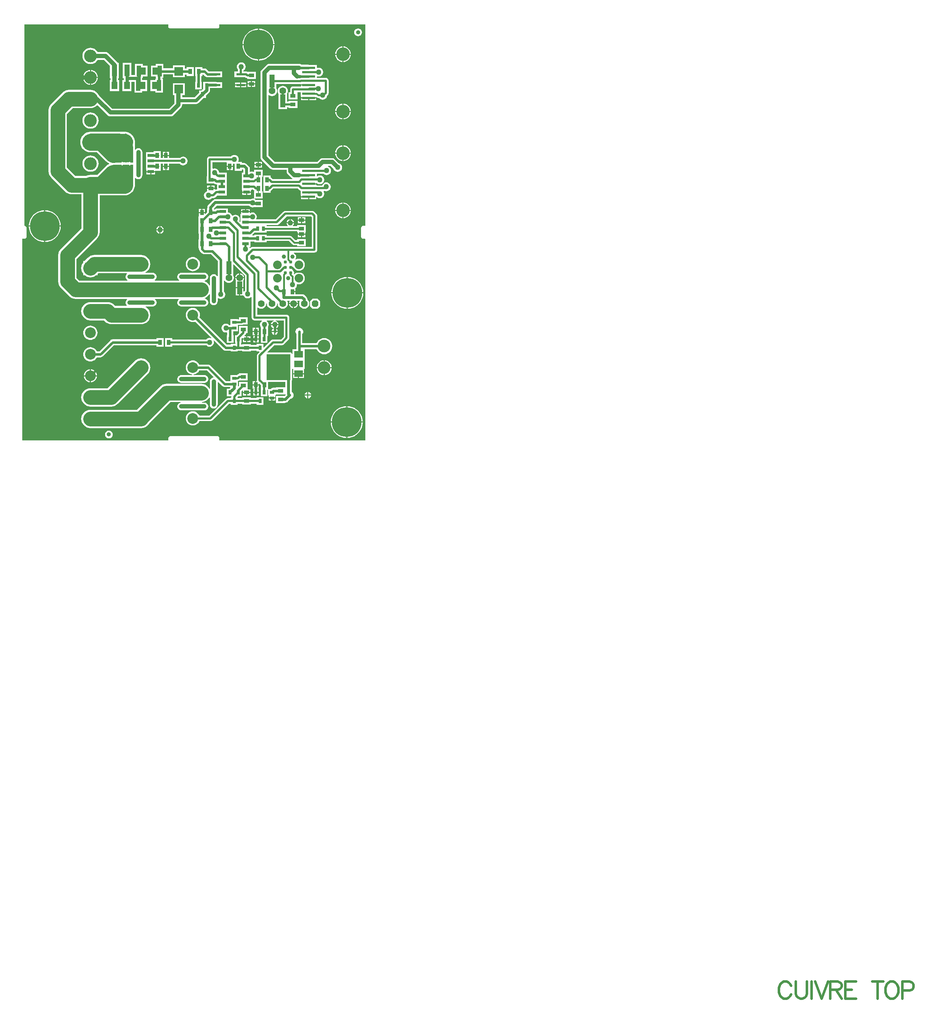
<source format=gtl>
G04*
G04 #@! TF.GenerationSoftware,Altium Limited,Altium Designer,18.1.6 (161)*
G04*
G04 Layer_Physical_Order=1*
G04 Layer_Color=255*
%FSLAX25Y25*%
%MOIN*%
G70*
G01*
G75*
%ADD11C,0.02362*%
%ADD14C,0.00787*%
%ADD20R,0.02854X0.04000*%
%ADD21R,0.05000X0.03500*%
%ADD22R,0.05000X0.12205*%
%ADD23R,0.12008X0.02362*%
%ADD24R,0.08465X0.02362*%
%ADD25R,0.04000X0.02854*%
%ADD26C,0.03100*%
%ADD27R,0.08000X0.15000*%
%ADD28R,0.08000X0.06000*%
%ADD29R,0.03000X0.04000*%
%ADD30R,0.05910X0.03030*%
%ADD31R,0.06000X0.02500*%
%ADD32R,0.03500X0.05000*%
%ADD33R,0.05000X0.11023*%
%ADD34O,0.04000X0.03937*%
%ADD35R,0.08000X0.08000*%
%ADD36R,0.05315X0.07087*%
%ADD37R,0.04000X0.09843*%
%ADD39O,0.04000X0.25600*%
%ADD40O,0.25600X0.04000*%
%ADD41C,0.27559*%
%ADD42C,0.12598*%
%ADD43C,0.11811*%
%ADD44C,0.08000*%
%ADD45C,0.03900*%
%ADD46C,0.10000*%
%ADD47R,0.10000X0.10000*%
%ADD48C,0.06300*%
%ADD49P,0.06819X8X202.5*%
%ADD50C,0.05000*%
%ADD52C,0.01600*%
%ADD53C,0.02000*%
%ADD54C,0.02756*%
%ADD55C,0.01500*%
%ADD56C,0.02400*%
%ADD57C,0.03000*%
%ADD58C,0.04000*%
%ADD59C,0.13800*%
%ADD60C,0.15748*%
%ADD61C,0.02165*%
%ADD62C,0.02500*%
%ADD63C,0.03150*%
%ADD64R,0.10500X0.19000*%
%ADD65R,0.11000X0.19000*%
%ADD66R,0.28000X0.15500*%
%ADD67R,0.22000X0.24060*%
%ADD68C,0.06000*%
G36*
X320719Y201328D02*
X318898D01*
X318088Y201167D01*
X317402Y200708D01*
X316943Y200022D01*
X316782Y199213D01*
Y191339D01*
X316783Y191335D01*
X316782Y191332D01*
X316864Y190930D01*
X316943Y190529D01*
X316945Y190526D01*
X316946Y190523D01*
X317175Y190183D01*
X317402Y189843D01*
X317405Y189841D01*
X317407Y189838D01*
X317747Y189612D01*
X318088Y189384D01*
X318092Y189384D01*
X318094Y189382D01*
X318496Y189303D01*
X318898Y189223D01*
X318901Y189224D01*
X318905Y189223D01*
X320348Y189228D01*
X320702Y188875D01*
Y2115D01*
X185186D01*
Y3937D01*
X185025Y4747D01*
X184567Y5433D01*
X183880Y5891D01*
X183071Y6052D01*
X139764D01*
X138954Y5891D01*
X138268Y5433D01*
X137809Y4747D01*
X137648Y3937D01*
Y2115D01*
X2115D01*
Y189223D01*
X3937D01*
X4747Y189384D01*
X5433Y189843D01*
X5891Y190529D01*
X6053Y191339D01*
Y199213D01*
X5891Y200022D01*
X5433Y200708D01*
X4747Y201167D01*
X4000Y201315D01*
Y388436D01*
X137648D01*
Y386614D01*
X137809Y385805D01*
X138268Y385118D01*
X138954Y384660D01*
X139764Y384499D01*
X183071D01*
X183880Y384660D01*
X184567Y385118D01*
X185025Y385805D01*
X185186Y386614D01*
Y388436D01*
X320719D01*
Y201328D01*
D02*
G37*
%LPC*%
G36*
X314032Y384574D02*
X313968D01*
X313043Y384452D01*
X312182Y384095D01*
X311441Y383527D01*
X310873Y382787D01*
X310516Y381925D01*
X310395Y381000D01*
X310516Y380075D01*
X310873Y379213D01*
X311441Y378473D01*
X312182Y377905D01*
X313043Y377548D01*
X313968Y377426D01*
X314032D01*
X314956Y377548D01*
X315818Y377905D01*
X316559Y378473D01*
X317127Y379213D01*
X317484Y380075D01*
X317605Y381000D01*
X317484Y381925D01*
X317127Y382787D01*
X316559Y383527D01*
X315818Y384095D01*
X314956Y384452D01*
X314032Y384574D01*
D02*
G37*
G36*
X222000Y384286D02*
Y370000D01*
X236286D01*
X236143Y371819D01*
X235600Y374081D01*
X234709Y376231D01*
X233494Y378214D01*
X231983Y379983D01*
X230214Y381494D01*
X228231Y382709D01*
X226081Y383600D01*
X223819Y384143D01*
X222000Y384286D01*
D02*
G37*
G36*
X221000D02*
X219181Y384143D01*
X216919Y383600D01*
X214770Y382709D01*
X212786Y381494D01*
X211017Y379983D01*
X209506Y378214D01*
X208291Y376231D01*
X207400Y374081D01*
X206857Y371819D01*
X206714Y370000D01*
X221000D01*
Y384286D01*
D02*
G37*
G36*
X300516Y367904D02*
Y361119D01*
X307301D01*
X307209Y362050D01*
X306792Y363426D01*
X306114Y364694D01*
X305202Y365805D01*
X304091Y366717D01*
X302823Y367395D01*
X301447Y367812D01*
X300516Y367904D01*
D02*
G37*
G36*
X299516Y367904D02*
X298585Y367812D01*
X297209Y367395D01*
X295941Y366717D01*
X294830Y365805D01*
X293917Y364694D01*
X293240Y363426D01*
X292822Y362050D01*
X292731Y361119D01*
X299516D01*
Y367904D01*
D02*
G37*
G36*
X236286Y369000D02*
X222000D01*
Y354714D01*
X223819Y354857D01*
X226081Y355400D01*
X228231Y356291D01*
X230214Y357506D01*
X231983Y359017D01*
X233494Y360786D01*
X234709Y362770D01*
X235600Y364919D01*
X236143Y367181D01*
X236286Y369000D01*
D02*
G37*
G36*
X221000D02*
X206714D01*
X206857Y367181D01*
X207400Y364919D01*
X208291Y362770D01*
X209506Y360786D01*
X211017Y359017D01*
X212786Y357506D01*
X214770Y356291D01*
X216919Y355400D01*
X219181Y354857D01*
X221000Y354714D01*
Y369000D01*
D02*
G37*
G36*
X307301Y360119D02*
X300516D01*
Y353334D01*
X301447Y353425D01*
X302823Y353843D01*
X304091Y354520D01*
X305202Y355433D01*
X306114Y356544D01*
X306792Y357812D01*
X307209Y359188D01*
X307301Y360119D01*
D02*
G37*
G36*
X299516D02*
X292731D01*
X292822Y359188D01*
X293240Y357812D01*
X293917Y356544D01*
X294830Y355433D01*
X295941Y354520D01*
X297209Y353843D01*
X298585Y353425D01*
X299516Y353334D01*
Y360119D01*
D02*
G37*
G36*
X133221Y351496D02*
X126071D01*
Y350118D01*
X121575D01*
Y339882D01*
X126071D01*
Y338504D01*
X126347D01*
Y337996D01*
X125571D01*
Y336618D01*
X121075D01*
Y326382D01*
X125571D01*
Y325004D01*
X132720D01*
Y337996D01*
X131944D01*
Y338504D01*
X133221D01*
Y341971D01*
X141925D01*
Y339195D01*
X153075D01*
Y341701D01*
X154675D01*
Y340425D01*
X161325D01*
Y348575D01*
X154675D01*
Y347299D01*
X153075D01*
Y350345D01*
X141925D01*
Y347569D01*
X133221D01*
Y351496D01*
D02*
G37*
G36*
X259000Y351650D02*
X231544D01*
X230611Y351527D01*
X229741Y351167D01*
X228994Y350594D01*
X224450Y346050D01*
X223877Y345303D01*
X223517Y344433D01*
X223394Y343500D01*
Y265000D01*
X223517Y264067D01*
X223877Y263197D01*
X224450Y262450D01*
X232450Y254450D01*
X233197Y253877D01*
X234067Y253517D01*
X235000Y253394D01*
X247576D01*
Y251818D01*
X247699Y250885D01*
X248059Y250015D01*
X248632Y249269D01*
X252269Y245632D01*
X252966Y245097D01*
X252963Y244932D01*
X252825Y244597D01*
X234800D01*
X233531Y245866D01*
X232993Y246279D01*
X232679Y246409D01*
Y248105D01*
X226029D01*
Y239955D01*
Y231955D01*
X232679D01*
Y233651D01*
X232993Y233781D01*
X233531Y234194D01*
X235322Y235985D01*
X258067D01*
X259706Y234346D01*
X260244Y233933D01*
X260558Y233803D01*
Y229426D01*
X261133D01*
Y228682D01*
X268137D01*
Y228182D01*
X268637D01*
Y226001D01*
X275141D01*
Y227940D01*
X275248Y227976D01*
X275641Y228058D01*
X276445Y227441D01*
X277436Y227030D01*
X278500Y226890D01*
X279564Y227030D01*
X280555Y227441D01*
X281406Y228094D01*
X282059Y228945D01*
X282470Y229936D01*
X282610Y231000D01*
X282470Y232064D01*
X282059Y233055D01*
X281997Y233137D01*
X282218Y233585D01*
X283160D01*
X283309Y233605D01*
X283436Y233552D01*
X284500Y233412D01*
X285564Y233552D01*
X286555Y233962D01*
X287406Y234615D01*
X288059Y235467D01*
X288470Y236458D01*
X288610Y237522D01*
X288470Y238585D01*
X288059Y239577D01*
X287406Y240428D01*
X286555Y241081D01*
X285564Y241492D01*
X284500Y241632D01*
X283436Y241492D01*
X282445Y241081D01*
X281594Y240428D01*
X280941Y239577D01*
X280610Y238779D01*
X275716D01*
Y238938D01*
X275141D01*
Y239682D01*
X268137D01*
Y240682D01*
X275141D01*
Y240863D01*
X275443Y241017D01*
X275641Y241058D01*
X276445Y240441D01*
X277436Y240030D01*
X278500Y239890D01*
X279564Y240030D01*
X280555Y240441D01*
X281406Y241094D01*
X282059Y241945D01*
X282470Y242936D01*
X282610Y244000D01*
X282470Y245064D01*
X282059Y246055D01*
X281406Y246906D01*
X280555Y247559D01*
X279564Y247970D01*
X278500Y248110D01*
X277436Y247970D01*
X276445Y247559D01*
X276164Y247344D01*
X275716Y247565D01*
Y249585D01*
X281786D01*
X282626Y248941D01*
X283617Y248530D01*
X284681Y248390D01*
X285745Y248530D01*
X286736Y248941D01*
X287587Y249594D01*
X288240Y250445D01*
X288651Y251436D01*
X288791Y252500D01*
X288651Y253564D01*
X288240Y254555D01*
X287587Y255406D01*
X286736Y256059D01*
X285927Y256394D01*
X286027Y256894D01*
X288507D01*
X291076Y254324D01*
X291441Y253445D01*
X292094Y252594D01*
X292945Y251941D01*
X293936Y251530D01*
X295000Y251390D01*
X296064Y251530D01*
X297055Y251941D01*
X297906Y252594D01*
X298559Y253445D01*
X298970Y254436D01*
X299110Y255500D01*
X298970Y256564D01*
X298559Y257555D01*
X297906Y258406D01*
X297055Y259059D01*
X296176Y259424D01*
X292550Y263050D01*
X291803Y263623D01*
X290933Y263983D01*
X290000Y264106D01*
X281000D01*
X280067Y263983D01*
X279197Y263623D01*
X278450Y263050D01*
X276007Y260606D01*
X251182D01*
X250773Y260552D01*
X250364Y260606D01*
X236493D01*
X230606Y266494D01*
Y322519D01*
X231106Y322765D01*
X231617Y322373D01*
X232767Y321897D01*
X234000Y321734D01*
X235233Y321897D01*
X236383Y322373D01*
X237370Y323130D01*
X238127Y324117D01*
X238603Y325267D01*
X238719Y326147D01*
X238748Y326365D01*
X239252D01*
X239281Y326147D01*
X239397Y325267D01*
X239873Y324117D01*
X239925Y324049D01*
Y309571D01*
X248075D01*
Y311403D01*
X249425D01*
Y310675D01*
X257575D01*
Y317325D01*
X249425D01*
Y316597D01*
X248075D01*
Y324049D01*
X248127Y324117D01*
X248603Y325267D01*
X248766Y326500D01*
X248603Y327733D01*
X248127Y328883D01*
X247370Y329870D01*
X246383Y330627D01*
X245233Y331103D01*
X244000Y331266D01*
X242767Y331103D01*
X241617Y330627D01*
X240630Y329870D01*
X239873Y328883D01*
X239397Y327733D01*
X239281Y326853D01*
X239252Y326635D01*
X238748D01*
X238719Y326853D01*
X238603Y327733D01*
X238127Y328883D01*
X238075Y328951D01*
Y332903D01*
X260500D01*
X260769Y332938D01*
X261145Y332609D01*
Y332544D01*
X268149D01*
Y331544D01*
X261145D01*
Y330800D01*
X260570D01*
Y330641D01*
X253500D01*
X252828Y330553D01*
X252202Y330293D01*
X251664Y329880D01*
X251251Y329343D01*
X250992Y328716D01*
X250903Y328044D01*
Y325325D01*
X249425D01*
Y318675D01*
X257575D01*
Y325325D01*
X258024Y325447D01*
X260570D01*
Y321288D01*
X261145D01*
Y320544D01*
X268149D01*
X275541D01*
X275653Y320604D01*
X276093Y320310D01*
X277000Y320130D01*
X277683D01*
X278094Y319594D01*
X278945Y318941D01*
X279936Y318530D01*
X281000Y318390D01*
X282064Y318530D01*
X283055Y318941D01*
X283906Y319594D01*
X284559Y320445D01*
X284970Y321436D01*
X285042Y321982D01*
X285836Y322777D01*
X286249Y323314D01*
X286508Y323941D01*
X286597Y324613D01*
Y336000D01*
X286508Y336672D01*
X286249Y337298D01*
X285836Y337836D01*
X285298Y338249D01*
X284672Y338509D01*
X284000Y338597D01*
X275728D01*
Y339874D01*
X276143Y340151D01*
X276436Y340030D01*
X277500Y339890D01*
X278564Y340030D01*
X279555Y340441D01*
X280406Y341094D01*
X281059Y341945D01*
X281470Y342936D01*
X281610Y344000D01*
X281470Y345064D01*
X281059Y346055D01*
X280406Y346906D01*
X279555Y347559D01*
X278564Y347970D01*
X277500Y348110D01*
X276436Y347970D01*
X276143Y347849D01*
X275728Y348126D01*
Y350800D01*
X268474D01*
X268149Y350843D01*
X261225D01*
X260803Y351167D01*
X259933Y351527D01*
X259000Y351650D01*
D02*
G37*
G36*
X65917Y345941D02*
Y339551D01*
X72307D01*
X72223Y340405D01*
X71828Y341707D01*
X71187Y342906D01*
X70324Y343958D01*
X69273Y344821D01*
X68073Y345462D01*
X66771Y345857D01*
X65917Y345941D01*
D02*
G37*
G36*
X64917Y345941D02*
X64064Y345857D01*
X62762Y345462D01*
X61562Y344821D01*
X60511Y343958D01*
X59648Y342906D01*
X59007Y341707D01*
X58612Y340405D01*
X58528Y339551D01*
X64917D01*
Y345941D01*
D02*
G37*
G36*
X169325Y348575D02*
X162675D01*
Y340425D01*
X162951D01*
Y335075D01*
X162675D01*
Y327925D01*
X168825D01*
Y335075D01*
X168549D01*
Y340425D01*
X169325D01*
Y341701D01*
X170341D01*
X172021Y340021D01*
X172601Y339576D01*
X173276Y339297D01*
X174000Y339201D01*
X182083D01*
X182408Y339244D01*
X187890D01*
Y344756D01*
X182408D01*
X182083Y344799D01*
X175159D01*
X173479Y346479D01*
X172899Y346924D01*
X172224Y347203D01*
X171500Y347299D01*
X169325D01*
Y348575D01*
D02*
G37*
G36*
X205500Y353110D02*
X204436Y352970D01*
X203445Y352559D01*
X202594Y351906D01*
X201941Y351055D01*
X201530Y350064D01*
X201390Y349000D01*
X201530Y347936D01*
X201941Y346945D01*
X202320Y346450D01*
Y344756D01*
X199110D01*
Y339244D01*
X209083D01*
X209164Y339164D01*
X209701Y338751D01*
X210328Y338492D01*
X210925Y338413D01*
Y337675D01*
X219075D01*
Y344325D01*
X211116D01*
X210724Y344487D01*
Y344756D01*
X207514D01*
Y345424D01*
X207555Y345441D01*
X208406Y346094D01*
X209059Y346945D01*
X209470Y347936D01*
X209610Y349000D01*
X209470Y350064D01*
X209059Y351055D01*
X208406Y351906D01*
X207555Y352559D01*
X206564Y352970D01*
X205500Y353110D01*
D02*
G37*
G36*
X218500Y335750D02*
X215500D01*
Y333500D01*
X218500D01*
Y335750D01*
D02*
G37*
G36*
X214500D02*
X211500D01*
Y333500D01*
X214500D01*
Y335750D01*
D02*
G37*
G36*
X210150Y334181D02*
X205417D01*
Y332500D01*
X210150D01*
Y334181D01*
D02*
G37*
G36*
X204417D02*
X199685D01*
Y332500D01*
X204417D01*
Y334181D01*
D02*
G37*
G36*
X72307Y338551D02*
X65917D01*
Y332162D01*
X66771Y332246D01*
X68073Y332641D01*
X69273Y333282D01*
X70324Y334145D01*
X71187Y335196D01*
X71828Y336396D01*
X72223Y337698D01*
X72307Y338551D01*
D02*
G37*
G36*
X64917D02*
X58528D01*
X58612Y337698D01*
X59007Y336396D01*
X59648Y335196D01*
X60511Y334145D01*
X61562Y333282D01*
X62762Y332641D01*
X64064Y332246D01*
X64917Y332162D01*
Y338551D01*
D02*
G37*
G36*
X218500Y332500D02*
X215500D01*
Y330250D01*
X218500D01*
Y332500D01*
D02*
G37*
G36*
X214500D02*
X211500D01*
Y330250D01*
X214500D01*
Y332500D01*
D02*
G37*
G36*
X210150Y331500D02*
X205417D01*
Y329819D01*
X210150D01*
Y331500D01*
D02*
G37*
G36*
X204417D02*
X199685D01*
Y329819D01*
X204417D01*
Y331500D01*
D02*
G37*
G36*
X65417Y366568D02*
X63951Y366423D01*
X62541Y365996D01*
X61242Y365301D01*
X60102Y364366D01*
X59168Y363227D01*
X58473Y361928D01*
X58045Y360518D01*
X57901Y359051D01*
X58045Y357585D01*
X58473Y356175D01*
X59168Y354875D01*
X60102Y353736D01*
X61242Y352802D01*
X62541Y352107D01*
X63951Y351679D01*
X65417Y351535D01*
X66884Y351679D01*
X68294Y352107D01*
X69593Y352802D01*
X70732Y353736D01*
X71667Y354875D01*
X71944Y355394D01*
X78007D01*
X83520Y349881D01*
Y338414D01*
X83989D01*
Y336618D01*
X83461D01*
Y326382D01*
X91925D01*
Y336618D01*
X91201D01*
Y337222D01*
X91323Y338151D01*
Y338414D01*
X91670D01*
Y352587D01*
X90839D01*
X90267Y353332D01*
X82050Y361550D01*
X81303Y362123D01*
X80433Y362483D01*
X79500Y362606D01*
X71999D01*
X71667Y363227D01*
X70732Y364366D01*
X69593Y365301D01*
X68294Y365996D01*
X66884Y366423D01*
X65417Y366568D01*
D02*
G37*
G36*
X103480Y352587D02*
X95330D01*
Y338414D01*
X96228D01*
Y338029D01*
X96337Y337207D01*
X96351Y337173D01*
Y336618D01*
X95075D01*
Y326382D01*
X103539D01*
Y334975D01*
X106280D01*
Y325004D01*
X113429D01*
Y326382D01*
X117925D01*
Y336618D01*
X113531D01*
Y338504D01*
X113929D01*
Y339882D01*
X118425D01*
Y350118D01*
X113929D01*
Y351496D01*
X106780D01*
Y341328D01*
X103480D01*
Y352587D01*
D02*
G37*
G36*
X176325Y335075D02*
X170175D01*
Y331701D01*
X170149Y331500D01*
Y328535D01*
X168689Y327075D01*
X166425D01*
Y324811D01*
X162215Y320601D01*
X150606D01*
Y322655D01*
X153075D01*
Y333805D01*
X141925D01*
Y322655D01*
X143394D01*
Y317500D01*
Y314994D01*
X138506Y310106D01*
X85493D01*
X73998Y321601D01*
X73349Y322099D01*
X73285Y322310D01*
X72498Y323782D01*
X71439Y325073D01*
X70148Y326132D01*
X68676Y326919D01*
X67079Y327403D01*
X65417Y327567D01*
X45551D01*
X43890Y327403D01*
X42292Y326919D01*
X40820Y326132D01*
X39530Y325073D01*
X28978Y314522D01*
X27919Y313231D01*
X27132Y311759D01*
X26648Y310161D01*
X26484Y308500D01*
Y252000D01*
X26648Y250339D01*
X27132Y248741D01*
X27919Y247269D01*
X28978Y245978D01*
X41927Y233030D01*
X43218Y231971D01*
X44690Y231184D01*
X46287Y230699D01*
X47949Y230536D01*
X47949Y230536D01*
X56902D01*
Y198945D01*
X37978Y180022D01*
X36919Y178731D01*
X36132Y177259D01*
X35648Y175661D01*
X35484Y174000D01*
Y149500D01*
X35648Y147839D01*
X36132Y146241D01*
X36919Y144769D01*
X37978Y143478D01*
X45549Y135908D01*
X46840Y134848D01*
X48312Y134062D01*
X49909Y133577D01*
X51571Y133413D01*
X99455D01*
X99625Y132913D01*
X99150Y132550D01*
X98577Y131803D01*
X98217Y130933D01*
X98094Y130000D01*
X98217Y129067D01*
X98577Y128197D01*
X99150Y127450D01*
X99192Y127419D01*
X99031Y126945D01*
X88445D01*
X87439Y127951D01*
X86149Y129010D01*
X84676Y129797D01*
X83079Y130281D01*
X81418Y130445D01*
X65354D01*
X63693Y130281D01*
X62096Y129797D01*
X60623Y129010D01*
X59333Y127951D01*
X58274Y126660D01*
X57487Y125188D01*
X57002Y123591D01*
X56839Y121929D01*
X57002Y120268D01*
X57487Y118670D01*
X58274Y117198D01*
X59333Y115908D01*
X60623Y114848D01*
X62096Y114062D01*
X63693Y113577D01*
X65354Y113413D01*
X77890D01*
X78896Y112408D01*
X78896Y112408D01*
X80186Y111349D01*
X81659Y110562D01*
X83256Y110077D01*
X84917Y109914D01*
X112513D01*
X114175Y110077D01*
X115772Y110562D01*
X117245Y111349D01*
X118535Y112408D01*
X119594Y113698D01*
X120381Y115171D01*
X120866Y116768D01*
X121029Y118429D01*
X120866Y120091D01*
X120381Y121688D01*
X119594Y123161D01*
X118535Y124451D01*
X117245Y125510D01*
X116525Y125894D01*
X116651Y126394D01*
X123300D01*
X124233Y126517D01*
X125103Y126877D01*
X125850Y127450D01*
X126423Y128197D01*
X126783Y129067D01*
X126906Y130000D01*
X126783Y130933D01*
X126423Y131803D01*
X125850Y132550D01*
X125375Y132913D01*
X125545Y133413D01*
X147455D01*
X147625Y132913D01*
X147150Y132550D01*
X146577Y131803D01*
X146217Y130933D01*
X146094Y130000D01*
X146217Y129067D01*
X146577Y128197D01*
X147150Y127450D01*
X147897Y126877D01*
X148767Y126517D01*
X149700Y126394D01*
X171300D01*
X172233Y126517D01*
X173103Y126877D01*
X173850Y127450D01*
X174423Y128197D01*
X174783Y129067D01*
X174906Y130000D01*
X174783Y130933D01*
X174423Y131803D01*
X173850Y132550D01*
X173103Y133123D01*
X172233Y133483D01*
X171715Y133551D01*
X171674Y134061D01*
X171676Y134062D01*
X173149Y134848D01*
X174439Y135908D01*
X175498Y137198D01*
X175894Y137940D01*
X176394Y137814D01*
Y131200D01*
X176517Y130267D01*
X176877Y129397D01*
X177450Y128650D01*
X178197Y128077D01*
X179067Y127717D01*
X180000Y127594D01*
X180933Y127717D01*
X181803Y128077D01*
X182550Y128650D01*
X183123Y129397D01*
X183483Y130267D01*
X183606Y131200D01*
Y134019D01*
X184054Y134241D01*
X184445Y133941D01*
X185436Y133530D01*
X186500Y133390D01*
X187564Y133530D01*
X188555Y133941D01*
X189406Y134594D01*
X190059Y135445D01*
X190470Y136436D01*
X190610Y137500D01*
X190470Y138564D01*
X190059Y139555D01*
X189406Y140406D01*
X189299Y140489D01*
Y150543D01*
X189799Y150642D01*
X189809Y150617D01*
X190567Y149630D01*
X191553Y148873D01*
X192703Y148397D01*
X193936Y148234D01*
X195170Y148397D01*
X196319Y148873D01*
X197306Y149630D01*
X198063Y150617D01*
X198539Y151767D01*
X198702Y153000D01*
X198539Y154233D01*
X198063Y155383D01*
X198011Y155451D01*
Y165163D01*
X198473Y165354D01*
X208903Y154924D01*
Y141143D01*
X208594Y140906D01*
X207941Y140055D01*
X207936Y140044D01*
X207436Y140144D01*
Y143248D01*
X204436D01*
Y136646D01*
X207436D01*
X207793Y136301D01*
X207941Y135945D01*
X208594Y135094D01*
X209445Y134441D01*
X210436Y134030D01*
X211500Y133890D01*
X212564Y134030D01*
X213555Y134441D01*
X214406Y135094D01*
X214647Y135408D01*
X215147Y135238D01*
Y116000D01*
X215236Y115328D01*
X215495Y114701D01*
X215908Y114164D01*
X216446Y113751D01*
X217072Y113491D01*
X217744Y113403D01*
X224489D01*
X224659Y112903D01*
X224011Y112406D01*
X223358Y111555D01*
X222948Y110564D01*
X222808Y109500D01*
X222948Y108436D01*
X223270Y107658D01*
X223328Y107517D01*
X223328Y107517D01*
X223358Y107445D01*
X223517Y107237D01*
X223593Y106781D01*
Y98977D01*
Y92477D01*
X229742D01*
Y98977D01*
X230242D01*
Y107126D01*
X230242Y107126D01*
X230242D01*
X230395Y107334D01*
X230477Y107445D01*
X230503Y107508D01*
X230887Y108436D01*
X231027Y109500D01*
X230887Y110564D01*
X230477Y111555D01*
X229824Y112406D01*
X229176Y112903D01*
X229346Y113403D01*
X235673D01*
X235706Y112903D01*
X235669Y112898D01*
X234818Y112545D01*
X234086Y111984D01*
X233525Y111253D01*
X233173Y110402D01*
X233118Y109988D01*
X240047D01*
X239992Y110402D01*
X239640Y111253D01*
X239079Y111984D01*
X238348Y112545D01*
X237496Y112898D01*
X237459Y112903D01*
X237492Y113403D01*
X244903D01*
Y98255D01*
X242245Y95597D01*
X235000D01*
X234328Y95508D01*
X233701Y95249D01*
X233164Y94836D01*
X226454Y88127D01*
X225992Y88318D01*
Y91626D01*
X219843D01*
Y90648D01*
X214492D01*
Y91376D01*
X206343D01*
Y90850D01*
X205264D01*
Y92477D01*
X205742D01*
Y96581D01*
X206455Y97294D01*
X206917Y97103D01*
Y96551D01*
X209917D01*
Y98801D01*
X208616D01*
X208424Y99263D01*
X209254Y100093D01*
X209666Y100631D01*
X209926Y101257D01*
X209988Y101727D01*
X211492D01*
Y108376D01*
X203343D01*
Y101727D01*
X203343Y101727D01*
X203343D01*
X203130Y101315D01*
X201442Y99626D01*
X199593D01*
Y92477D01*
X200070D01*
Y91626D01*
X195843D01*
Y90850D01*
X192081D01*
X166736Y116195D01*
X167023Y117140D01*
X167150Y118429D01*
X167023Y119718D01*
X166647Y120958D01*
X166037Y122100D01*
X165215Y123101D01*
X164214Y123923D01*
X163072Y124533D01*
X161832Y124909D01*
X160543Y125036D01*
X159255Y124909D01*
X158015Y124533D01*
X156873Y123923D01*
X155872Y123101D01*
X155050Y122100D01*
X154440Y120958D01*
X154064Y119718D01*
X153937Y118429D01*
X154064Y117140D01*
X154440Y115901D01*
X155050Y114759D01*
X155872Y113758D01*
X156873Y112936D01*
X158015Y112326D01*
X159255Y111950D01*
X160543Y111823D01*
X161832Y111950D01*
X162778Y112237D01*
X177763Y97251D01*
X177480Y96828D01*
X177012Y97021D01*
X175949Y97161D01*
X174885Y97021D01*
X173894Y96611D01*
X173042Y95958D01*
X172805Y95648D01*
X141242D01*
Y97126D01*
X134593D01*
Y88977D01*
X141242D01*
Y90454D01*
X172805D01*
X173042Y90145D01*
X173894Y89492D01*
X174885Y89081D01*
X175949Y88941D01*
X177012Y89081D01*
X178004Y89492D01*
X178855Y90145D01*
X179508Y90996D01*
X179919Y91988D01*
X180059Y93051D01*
X179919Y94115D01*
X179725Y94583D01*
X180149Y94866D01*
X188942Y86072D01*
X189522Y85628D01*
X190197Y85348D01*
X190921Y85253D01*
X195843D01*
Y84477D01*
X201992D01*
Y85253D01*
X206343D01*
Y84727D01*
X214492D01*
Y85454D01*
X219843D01*
Y84477D01*
X222151D01*
X222342Y84015D01*
X220664Y82336D01*
X220251Y81798D01*
X219991Y81172D01*
X219903Y80500D01*
Y57969D01*
X219958Y57551D01*
X219600Y57051D01*
X219417D01*
Y54051D01*
X221667D01*
Y54475D01*
X222129Y54667D01*
X223593Y53203D01*
Y49477D01*
Y42977D01*
X229742D01*
Y49123D01*
X229796Y49177D01*
X230340Y49019D01*
X230343Y49016D01*
Y43766D01*
X230419D01*
X230917Y43762D01*
X230917Y43266D01*
Y41835D01*
X233917D01*
X236917D01*
X236917Y43762D01*
X237416Y43766D01*
X237492D01*
Y44372D01*
X237843Y44727D01*
X245992D01*
Y51376D01*
X237843D01*
Y50850D01*
X235201D01*
X234476Y50755D01*
X233801Y50475D01*
X233222Y50030D01*
X232961Y49770D01*
X230742D01*
X230343Y49770D01*
X230303Y49951D01*
X230242Y50228D01*
Y56394D01*
X246522D01*
Y45004D01*
X246600Y44410D01*
X245566Y43376D01*
X237843D01*
Y36727D01*
X245992D01*
Y37073D01*
X246453D01*
X247224Y37175D01*
X247942Y37472D01*
X248559Y37945D01*
X251151Y40538D01*
X251386Y40569D01*
X252256Y40929D01*
X253002Y41502D01*
X253575Y42248D01*
X253936Y43118D01*
X254059Y44051D01*
X253936Y44985D01*
X253575Y45854D01*
X253002Y46601D01*
X252478Y47003D01*
Y57378D01*
X252483Y57385D01*
X252606Y58000D01*
Y68394D01*
X253093Y68425D01*
X253106Y68425D01*
X253632D01*
X253667Y67940D01*
X253667Y67925D01*
Y64440D01*
X258667D01*
X263667D01*
Y67925D01*
X263667Y67940D01*
X263703Y68425D01*
X264242D01*
Y77485D01*
Y86635D01*
X264715Y86701D01*
X275532D01*
X275556Y86624D01*
X276250Y85324D01*
X277185Y84185D01*
X278324Y83250D01*
X279624Y82556D01*
X281034Y82128D01*
X282500Y81984D01*
X283966Y82128D01*
X285376Y82556D01*
X286676Y83250D01*
X287815Y84185D01*
X288750Y85324D01*
X289444Y86624D01*
X289872Y88034D01*
X290017Y89500D01*
X289872Y90966D01*
X289444Y92376D01*
X288750Y93676D01*
X287815Y94815D01*
X286676Y95750D01*
X285376Y96444D01*
X283966Y96872D01*
X282500Y97017D01*
X281034Y96872D01*
X279624Y96444D01*
X278324Y95750D01*
X277185Y94815D01*
X276250Y93676D01*
X275556Y92376D01*
X275532Y92299D01*
X262216D01*
Y100775D01*
X262540Y101197D01*
X262900Y102067D01*
X263023Y103000D01*
X262900Y103933D01*
X262540Y104803D01*
X261967Y105550D01*
X261220Y106123D01*
X260350Y106483D01*
X259417Y106606D01*
X258484Y106483D01*
X257614Y106123D01*
X256868Y105550D01*
X256295Y104803D01*
X255935Y103933D01*
X255812Y103000D01*
X255935Y102067D01*
X256295Y101197D01*
X256619Y100775D01*
Y90000D01*
Y86635D01*
X253093D01*
Y82175D01*
X252593Y82126D01*
X252483Y82674D01*
X252135Y83195D01*
X251614Y83543D01*
X251000Y83666D01*
X229992D01*
X229800Y84128D01*
X236076Y90403D01*
X243321D01*
X243993Y90491D01*
X244619Y90751D01*
X245157Y91164D01*
X249336Y95343D01*
X249749Y95881D01*
X250009Y96507D01*
X250097Y97179D01*
Y116000D01*
X250009Y116672D01*
X249749Y117298D01*
X249336Y117836D01*
X248798Y118249D01*
X248172Y118509D01*
X247500Y118597D01*
X220341D01*
Y125222D01*
X220841Y125468D01*
X221617Y124873D01*
X222767Y124397D01*
X224000Y124234D01*
X225233Y124397D01*
X226383Y124873D01*
X227370Y125630D01*
X228127Y126617D01*
X228603Y127767D01*
X228719Y128647D01*
X228748Y128865D01*
X229252D01*
X229281Y128647D01*
X229397Y127767D01*
X229873Y126617D01*
X230630Y125630D01*
X231617Y124873D01*
X232767Y124397D01*
X234000Y124234D01*
X235233Y124397D01*
X236383Y124873D01*
X237370Y125630D01*
X238127Y126617D01*
X238603Y127767D01*
X238719Y128647D01*
X238748Y128865D01*
X239252D01*
X239281Y128647D01*
X239397Y127767D01*
X239873Y126617D01*
X240630Y125630D01*
X241617Y124873D01*
X242767Y124397D01*
X244000Y124234D01*
X245233Y124397D01*
X246383Y124873D01*
X247370Y125630D01*
X248127Y126617D01*
X248603Y127767D01*
X248766Y129000D01*
X248603Y130233D01*
X248190Y131231D01*
X248432Y131731D01*
X250299D01*
X250520Y131282D01*
X250375Y131093D01*
X249957Y130083D01*
X249880Y129500D01*
X254000D01*
X258120D01*
X258043Y130083D01*
X257625Y131093D01*
X257480Y131282D01*
X257701Y131731D01*
X259568D01*
X259810Y131231D01*
X259397Y130233D01*
X259234Y129000D01*
X259397Y127767D01*
X259873Y126617D01*
X260630Y125630D01*
X261617Y124873D01*
X262767Y124397D01*
X264000Y124234D01*
X265233Y124397D01*
X266383Y124873D01*
X267370Y125630D01*
X268127Y126617D01*
X268603Y127767D01*
X268766Y129000D01*
X268603Y130233D01*
X268127Y131383D01*
X267370Y132370D01*
X266978Y132670D01*
Y132917D01*
X266877Y133688D01*
X266579Y134406D01*
X266106Y135023D01*
X264314Y136815D01*
X263697Y137288D01*
X262979Y137586D01*
X262208Y137687D01*
X255750D01*
Y139500D01*
X253000D01*
Y140500D01*
X255750D01*
Y143474D01*
X255906Y143594D01*
X256559Y144445D01*
X256970Y145436D01*
X257110Y146500D01*
X257069Y146814D01*
X257534Y147111D01*
X258917Y146929D01*
X260373Y147120D01*
X261729Y147682D01*
X262893Y148575D01*
X263787Y149740D01*
X264349Y151096D01*
X264540Y152551D01*
X264349Y154007D01*
X263787Y155363D01*
X262893Y156527D01*
X261729Y157421D01*
X260373Y157983D01*
X258917Y158174D01*
X257462Y157983D01*
X256106Y157421D01*
X254941Y156527D01*
X254888Y156457D01*
X254451Y156710D01*
X254462Y156736D01*
X254569Y157551D01*
X254462Y158367D01*
X254147Y159127D01*
X253646Y159780D01*
X253233Y160097D01*
X253230Y160696D01*
X253256Y160713D01*
X253819Y161556D01*
X253845Y161683D01*
X254379Y161808D01*
X254941Y161075D01*
X256106Y160182D01*
X257462Y159620D01*
X258917Y159429D01*
X260373Y159620D01*
X261729Y160182D01*
X262893Y161075D01*
X263787Y162240D01*
X264349Y163596D01*
X264540Y165051D01*
X264349Y166507D01*
X263787Y167863D01*
X262893Y169027D01*
X261729Y169921D01*
X260373Y170483D01*
X258917Y170674D01*
X257462Y170483D01*
X256106Y169921D01*
X255934Y169789D01*
X255577Y170145D01*
X256040Y170749D01*
X256400Y171618D01*
X256523Y172551D01*
X256400Y173485D01*
X256040Y174354D01*
X255467Y175101D01*
X254720Y175674D01*
X254167Y175903D01*
X254267Y176403D01*
X273500D01*
X274172Y176491D01*
X274798Y176751D01*
X275336Y177164D01*
X275749Y177701D01*
X276009Y178328D01*
X276097Y179000D01*
Y210500D01*
X276009Y211172D01*
X275749Y211799D01*
X275336Y212336D01*
X273336Y214336D01*
X272798Y214749D01*
X272172Y215008D01*
X271500Y215097D01*
X246500D01*
X245828Y215008D01*
X245201Y214749D01*
X244664Y214336D01*
X237476Y207148D01*
X219782D01*
X219540Y207648D01*
X219887Y208488D01*
X220027Y209551D01*
X219887Y210615D01*
X219477Y211606D01*
X218824Y212457D01*
X217972Y213111D01*
X216981Y213521D01*
X215917Y213661D01*
X214854Y213521D01*
X213917Y213134D01*
X213509Y213285D01*
X213417Y213330D01*
Y214051D01*
X209417D01*
X205417D01*
Y212376D01*
X204843D01*
Y206727D01*
Y204983D01*
X204381Y204792D01*
X203609Y205564D01*
X203970Y206436D01*
X204110Y207500D01*
X203970Y208564D01*
X203559Y209555D01*
X202906Y210406D01*
X202055Y211059D01*
X201064Y211470D01*
X200000Y211610D01*
X198936Y211470D01*
X197945Y211059D01*
X197456Y210684D01*
X197384Y210674D01*
X196862Y210858D01*
X196552Y211606D01*
X195898Y212457D01*
X195047Y213111D01*
X194056Y213521D01*
X192992Y213661D01*
Y217376D01*
X183843D01*
Y217350D01*
X182917D01*
X182193Y217255D01*
X181518Y216975D01*
X180938Y216530D01*
X180758Y216350D01*
X180242D01*
Y217524D01*
X182740Y220022D01*
X212765D01*
X213094Y219594D01*
X213945Y218941D01*
X214936Y218530D01*
X216000Y218390D01*
X217064Y218530D01*
X217538Y218727D01*
X225492D01*
Y225376D01*
X218929D01*
X218906Y225406D01*
X218055Y226059D01*
X217921Y226115D01*
X217716Y226554D01*
X217751Y226727D01*
X217781Y226727D01*
X225492D01*
Y233376D01*
X224678D01*
Y239955D01*
Y246705D01*
X225429D01*
Y253355D01*
X217279D01*
Y251609D01*
X216779Y251275D01*
X216236Y251500D01*
X215173Y251640D01*
X214109Y251500D01*
X213748Y251350D01*
X213332Y251628D01*
Y254530D01*
X213332Y254530D01*
X213230Y255301D01*
X212933Y256019D01*
X212460Y256636D01*
X212459Y256636D01*
X210460Y258636D01*
X209843Y259109D01*
X209124Y259407D01*
X208354Y259508D01*
X206178D01*
Y260605D01*
X202872D01*
X202625Y261105D01*
X202970Y261936D01*
X203110Y263000D01*
X202970Y264064D01*
X202559Y265055D01*
X201906Y265906D01*
X201055Y266559D01*
X200064Y266970D01*
X199000Y267110D01*
X197936Y266970D01*
X196945Y266559D01*
X196094Y265906D01*
X195857Y265597D01*
X176173D01*
X175500Y265509D01*
X174874Y265249D01*
X174336Y264836D01*
X173924Y264299D01*
X173664Y263672D01*
X173575Y263000D01*
Y247355D01*
X173279D01*
Y240705D01*
X180220D01*
X180375Y240551D01*
X180954Y240106D01*
X181629Y239827D01*
X182354Y239731D01*
X182906D01*
Y235105D01*
X182509D01*
X181836Y235017D01*
X181354Y234817D01*
X180854Y235055D01*
Y235530D01*
X177354D01*
X173854D01*
Y233441D01*
X172881Y233038D01*
X172030Y232385D01*
X171377Y231534D01*
X170966Y230542D01*
X170826Y229479D01*
X170966Y228415D01*
X171377Y227424D01*
X172030Y226572D01*
X172881Y225919D01*
X173872Y225509D01*
X174936Y225369D01*
X176000Y225509D01*
X176991Y225919D01*
X177842Y226572D01*
X178080Y226882D01*
X179479D01*
X180151Y226970D01*
X180777Y227230D01*
X181315Y227642D01*
X183062Y229389D01*
X191966D01*
Y234389D01*
Y239389D01*
Y244389D01*
Y250569D01*
X184952D01*
X184824Y251542D01*
X184413Y252534D01*
X183760Y253385D01*
X182909Y254038D01*
X181917Y254449D01*
X180854Y254589D01*
X179790Y254449D01*
X179270Y254233D01*
X178770Y254567D01*
Y260403D01*
X191797D01*
X192104Y260030D01*
Y257030D01*
X194854D01*
X197604D01*
Y258689D01*
X198104Y259008D01*
X199000Y258890D01*
X199153Y258910D01*
X199529Y258580D01*
Y252455D01*
X206178D01*
Y253552D01*
X207120D01*
X207375Y253296D01*
Y250569D01*
X205906D01*
Y244389D01*
Y239389D01*
Y234389D01*
X206481D01*
Y232979D01*
X214391D01*
Y234389D01*
X214966D01*
Y234933D01*
X216437D01*
X217177Y234194D01*
X217590Y233876D01*
X217441Y233376D01*
X217343D01*
Y226948D01*
X217343Y226948D01*
X217343Y226896D01*
X217259Y226768D01*
X217247Y226757D01*
X216942Y226486D01*
X216000Y226610D01*
X214936Y226470D01*
X213945Y226059D01*
X213839Y225978D01*
X181507D01*
X181506Y225978D01*
X181121Y225927D01*
X180736Y225877D01*
X180017Y225579D01*
X179401Y225106D01*
X174811Y220517D01*
X174338Y219900D01*
X174041Y219182D01*
X173939Y218411D01*
Y217626D01*
X173593D01*
Y213899D01*
X172129Y212436D01*
X171667Y212627D01*
Y213051D01*
X166167D01*
Y210126D01*
X165593D01*
Y201977D01*
Y193977D01*
X165939D01*
Y188626D01*
X165675D01*
Y180477D01*
X166201D01*
Y179700D01*
X166297Y178976D01*
X166576Y178301D01*
X167021Y177721D01*
X169021Y175721D01*
X169601Y175276D01*
X170276Y174997D01*
X171000Y174901D01*
X177441D01*
X183701Y168641D01*
Y154512D01*
X183201Y154413D01*
X183123Y154603D01*
X182550Y155350D01*
X181803Y155923D01*
X180933Y156283D01*
X180000Y156406D01*
X179067Y156283D01*
X178197Y155923D01*
X177450Y155350D01*
X176877Y154603D01*
X176517Y153733D01*
X176394Y152800D01*
Y146044D01*
X175894Y145919D01*
X175498Y146660D01*
X174439Y147951D01*
X173149Y149010D01*
X171676Y149797D01*
X171537Y149839D01*
X171512Y149918D01*
X171866Y150469D01*
X172233Y150517D01*
X173103Y150877D01*
X173850Y151450D01*
X174423Y152197D01*
X174783Y153067D01*
X174906Y154000D01*
X174783Y154933D01*
X174423Y155803D01*
X173850Y156550D01*
X173103Y157123D01*
X172233Y157483D01*
X171300Y157606D01*
X149700D01*
X148767Y157483D01*
X147897Y157123D01*
X147150Y156550D01*
X146577Y155803D01*
X146217Y154933D01*
X146094Y154000D01*
X146217Y153067D01*
X146577Y152197D01*
X147150Y151450D01*
X147809Y150945D01*
X147750Y150590D01*
X147676Y150445D01*
X125324D01*
X125250Y150590D01*
X125191Y150945D01*
X125850Y151450D01*
X126423Y152197D01*
X126783Y153067D01*
X126906Y154000D01*
X126783Y154933D01*
X126423Y155803D01*
X125850Y156550D01*
X125103Y157123D01*
X124233Y157483D01*
X123300Y157606D01*
X116458D01*
X116333Y158106D01*
X117245Y158593D01*
X118535Y159652D01*
X119594Y160942D01*
X120381Y162415D01*
X120866Y164012D01*
X121029Y165673D01*
X120866Y167335D01*
X120381Y168932D01*
X119594Y170405D01*
X118535Y171695D01*
X117245Y172754D01*
X115772Y173541D01*
X114175Y174025D01*
X112513Y174189D01*
X69099D01*
X69099Y174189D01*
X67437Y174025D01*
X65840Y173541D01*
X64368Y172754D01*
X63077Y171695D01*
X59886Y168504D01*
X58780D01*
Y167277D01*
X58274Y166660D01*
X57487Y165188D01*
X57002Y163591D01*
X56839Y161929D01*
X57002Y160268D01*
X57487Y158670D01*
X58274Y157198D01*
X58780Y156582D01*
Y155354D01*
X60007D01*
X60623Y154849D01*
X62096Y154062D01*
X63693Y153577D01*
X65354Y153413D01*
X67016Y153577D01*
X68613Y154062D01*
X70086Y154849D01*
X70702Y155354D01*
X71929D01*
Y156461D01*
X72626Y157158D01*
X99121D01*
X99291Y156658D01*
X99150Y156550D01*
X98577Y155803D01*
X98217Y154933D01*
X98094Y154000D01*
X98217Y153067D01*
X98577Y152197D01*
X99150Y151450D01*
X99809Y150945D01*
X99750Y150590D01*
X99676Y150445D01*
X55098D01*
X52516Y153027D01*
Y170473D01*
X71439Y189396D01*
X72498Y190686D01*
X73285Y192158D01*
X73770Y193756D01*
X73933Y195417D01*
Y229557D01*
X97000D01*
X98852Y229739D01*
X100633Y230280D01*
X102275Y231157D01*
X103714Y232338D01*
X104894Y233776D01*
X105772Y235418D01*
X106273Y237071D01*
X106483Y237386D01*
X106606Y238000D01*
X106606Y238000D01*
Y240398D01*
X106606Y240398D01*
Y244602D01*
X106606Y244602D01*
Y245930D01*
X107106Y246100D01*
X107450Y245650D01*
X108197Y245077D01*
X109067Y244717D01*
X110000Y244594D01*
X110933Y244717D01*
X111803Y245077D01*
X112550Y245650D01*
X113123Y246397D01*
X113483Y247267D01*
X113606Y248200D01*
Y269800D01*
X113483Y270733D01*
X113123Y271603D01*
X112550Y272350D01*
X111803Y272923D01*
X110933Y273283D01*
X110000Y273406D01*
X109067Y273283D01*
X108197Y272923D01*
X107450Y272350D01*
X107106Y271900D01*
X106606Y272070D01*
Y278149D01*
X106694Y279051D01*
X106606Y279954D01*
Y280500D01*
X106606Y280500D01*
X106483Y281115D01*
X106419Y281211D01*
X105972Y282685D01*
X105094Y284326D01*
X103914Y285765D01*
X102475Y286946D01*
X100833Y287823D01*
X99462Y288239D01*
X99150Y288448D01*
X98536Y288570D01*
X98536Y288570D01*
X97834D01*
X97781Y288560D01*
X97729Y288566D01*
X97530Y288513D01*
X97200Y288546D01*
X93300D01*
X93000Y288606D01*
X65000D01*
X64385Y288483D01*
X64317Y288438D01*
X63565Y288364D01*
X61784Y287823D01*
X60142Y286946D01*
X58704Y285765D01*
X57523Y284326D01*
X56646Y282685D01*
X56105Y280904D01*
X55923Y279051D01*
X56105Y277199D01*
X56646Y275418D01*
X57523Y273777D01*
X58704Y272338D01*
X60142Y271157D01*
X61784Y270280D01*
X63565Y269739D01*
X65417Y269557D01*
X71383D01*
X72672Y268452D01*
X79551Y261573D01*
X79786Y261286D01*
X80073Y261051D01*
X80112Y261012D01*
X81551Y259831D01*
X82688Y259223D01*
X82695Y259206D01*
X82669Y258666D01*
X81225Y257894D01*
X79786Y256714D01*
X71619Y248546D01*
X65417D01*
X63565Y248363D01*
X61784Y247823D01*
X61305Y247567D01*
X51476D01*
X43516Y255527D01*
Y304973D01*
X49079Y310536D01*
X65417D01*
X67079Y310699D01*
X68676Y311184D01*
X70148Y311971D01*
X71439Y313030D01*
X71623Y313254D01*
X72122Y313279D01*
X81450Y303950D01*
X82197Y303377D01*
X83067Y303017D01*
X84000Y302894D01*
X140000D01*
X140933Y303017D01*
X141803Y303377D01*
X142550Y303950D01*
X149550Y310950D01*
X150123Y311697D01*
X150483Y312567D01*
X150606Y313500D01*
Y314399D01*
X163500D01*
X164303Y314504D01*
X164612Y314633D01*
X165051Y314814D01*
X165693Y315307D01*
X170311Y319925D01*
X172575D01*
Y322189D01*
X175443Y325057D01*
X175936Y325699D01*
X176117Y326137D01*
X176246Y326447D01*
X176351Y327250D01*
Y329151D01*
X182083D01*
X182791Y329244D01*
X187890D01*
Y334756D01*
X182791D01*
X182083Y334849D01*
X176325D01*
Y335075D01*
D02*
G37*
G36*
X275153Y319544D02*
X268649D01*
Y317863D01*
X275153D01*
Y319544D01*
D02*
G37*
G36*
X267649D02*
X261145D01*
Y317863D01*
X267649D01*
Y319544D01*
D02*
G37*
G36*
X300516Y314755D02*
Y307969D01*
X307301D01*
X307209Y308900D01*
X306792Y310276D01*
X306114Y311544D01*
X305202Y312656D01*
X304091Y313568D01*
X302823Y314246D01*
X301447Y314663D01*
X300516Y314755D01*
D02*
G37*
G36*
X299516Y314755D02*
X298585Y314663D01*
X297209Y314246D01*
X295941Y313568D01*
X294830Y312656D01*
X293917Y311544D01*
X293240Y310276D01*
X292822Y308900D01*
X292731Y307969D01*
X299516D01*
Y314755D01*
D02*
G37*
G36*
X307301Y306969D02*
X300516D01*
Y300184D01*
X301447Y300276D01*
X302823Y300693D01*
X304091Y301371D01*
X305202Y302283D01*
X306114Y303395D01*
X306792Y304663D01*
X307209Y306038D01*
X307301Y306969D01*
D02*
G37*
G36*
X299516D02*
X292731D01*
X292822Y306038D01*
X293240Y304663D01*
X293917Y303395D01*
X294830Y302283D01*
X295941Y301371D01*
X297209Y300693D01*
X298585Y300276D01*
X299516Y300184D01*
Y306969D01*
D02*
G37*
G36*
X65417Y306568D02*
X63951Y306423D01*
X62541Y305996D01*
X61242Y305301D01*
X60102Y304366D01*
X59168Y303227D01*
X58473Y301928D01*
X58045Y300518D01*
X57901Y299051D01*
X58045Y297585D01*
X58473Y296175D01*
X59168Y294875D01*
X60102Y293736D01*
X61242Y292802D01*
X62541Y292107D01*
X63951Y291679D01*
X65417Y291535D01*
X66884Y291679D01*
X68294Y292107D01*
X69593Y292802D01*
X70732Y293736D01*
X71667Y294875D01*
X72362Y296175D01*
X72790Y297585D01*
X72934Y299051D01*
X72790Y300518D01*
X72362Y301928D01*
X71667Y303227D01*
X70732Y304366D01*
X69593Y305301D01*
X68294Y305996D01*
X66884Y306423D01*
X65417Y306568D01*
D02*
G37*
G36*
X300504Y276042D02*
Y269257D01*
X307289D01*
X307198Y270188D01*
X306780Y271564D01*
X306102Y272832D01*
X305190Y273943D01*
X304079Y274855D01*
X302811Y275533D01*
X301435Y275950D01*
X300504Y276042D01*
D02*
G37*
G36*
X299504D02*
X298573Y275950D01*
X297197Y275533D01*
X295929Y274855D01*
X294818Y273943D01*
X293906Y272832D01*
X293228Y271564D01*
X292811Y270188D01*
X292719Y269257D01*
X299504D01*
Y276042D01*
D02*
G37*
G36*
X138250Y270000D02*
X136000D01*
Y267000D01*
X138250D01*
Y270000D01*
D02*
G37*
G36*
X135000D02*
X132750D01*
Y267000D01*
X135000D01*
Y270000D01*
D02*
G37*
G36*
X307289Y268257D02*
X300504D01*
Y261471D01*
X301435Y261563D01*
X302811Y261981D01*
X304079Y262658D01*
X305190Y263570D01*
X306102Y264682D01*
X306780Y265950D01*
X307198Y267326D01*
X307289Y268257D01*
D02*
G37*
G36*
X299504D02*
X292719D01*
X292811Y267326D01*
X293228Y265950D01*
X293906Y264682D01*
X294818Y263570D01*
X295929Y262658D01*
X297197Y261981D01*
X298573Y261563D01*
X299504Y261471D01*
Y268257D01*
D02*
G37*
G36*
X224854Y260780D02*
X221854D01*
Y258530D01*
X224854D01*
Y260780D01*
D02*
G37*
G36*
X220854D02*
X217854D01*
Y258530D01*
X220854D01*
Y260780D01*
D02*
G37*
G36*
X130825Y270575D02*
X124175D01*
Y269641D01*
X116970D01*
Y263462D01*
Y258462D01*
Y253462D01*
X117545D01*
Y252051D01*
X125455D01*
Y252425D01*
X130825D01*
Y258954D01*
X132750D01*
Y257000D01*
X138250D01*
Y258954D01*
X148317D01*
X148594Y258594D01*
X149445Y257941D01*
X150436Y257530D01*
X151500Y257390D01*
X152564Y257530D01*
X153555Y257941D01*
X154406Y258594D01*
X155059Y259445D01*
X155470Y260436D01*
X155610Y261500D01*
X155470Y262564D01*
X155059Y263555D01*
X154406Y264406D01*
X153555Y265059D01*
X152564Y265470D01*
X151500Y265610D01*
X150436Y265470D01*
X149445Y265059D01*
X148594Y264406D01*
X148396Y264148D01*
X138250D01*
Y266000D01*
X135500D01*
X132750D01*
Y264148D01*
X130825D01*
Y270575D01*
D02*
G37*
G36*
X224854Y257530D02*
X221854D01*
Y255280D01*
X224854D01*
Y257530D01*
D02*
G37*
G36*
X220854D02*
X217854D01*
Y255280D01*
X220854D01*
Y257530D01*
D02*
G37*
G36*
X197604Y256030D02*
X195354D01*
Y253030D01*
X197604D01*
Y256030D01*
D02*
G37*
G36*
X194354D02*
X192104D01*
Y253030D01*
X194354D01*
Y256030D01*
D02*
G37*
G36*
X138250Y256000D02*
X136000D01*
Y253000D01*
X138250D01*
Y256000D01*
D02*
G37*
G36*
X135000D02*
X132750D01*
Y253000D01*
X135000D01*
Y256000D01*
D02*
G37*
G36*
X65417Y266568D02*
X63951Y266423D01*
X62541Y265996D01*
X61242Y265301D01*
X60102Y264366D01*
X59168Y263227D01*
X58473Y261928D01*
X58045Y260518D01*
X57901Y259051D01*
X58045Y257585D01*
X58473Y256175D01*
X59168Y254875D01*
X60102Y253736D01*
X61242Y252802D01*
X62541Y252107D01*
X63951Y251679D01*
X65417Y251535D01*
X66884Y251679D01*
X68294Y252107D01*
X69593Y252802D01*
X70732Y253736D01*
X71667Y254875D01*
X72362Y256175D01*
X72790Y257585D01*
X72934Y259051D01*
X72790Y260518D01*
X72362Y261928D01*
X71667Y263227D01*
X70732Y264366D01*
X69593Y265301D01*
X68294Y265996D01*
X66884Y266423D01*
X65417Y266568D01*
D02*
G37*
G36*
X125455Y251051D02*
X122000D01*
Y249036D01*
X125455D01*
Y251051D01*
D02*
G37*
G36*
X121000D02*
X117545D01*
Y249036D01*
X121000D01*
Y251051D01*
D02*
G37*
G36*
X180854Y238780D02*
X177854D01*
Y236530D01*
X180854D01*
Y238780D01*
D02*
G37*
G36*
X176854D02*
X173854D01*
Y236530D01*
X176854D01*
Y238780D01*
D02*
G37*
G36*
X214391Y231979D02*
X210936D01*
Y229964D01*
X214391D01*
Y231979D01*
D02*
G37*
G36*
X209936D02*
X206481D01*
Y229964D01*
X209936D01*
Y231979D01*
D02*
G37*
G36*
X267637Y227682D02*
X261133D01*
Y226001D01*
X267637D01*
Y227682D01*
D02*
G37*
G36*
X300504Y222892D02*
Y216107D01*
X307289D01*
X307198Y217038D01*
X306780Y218414D01*
X306102Y219682D01*
X305190Y220794D01*
X304079Y221706D01*
X302811Y222383D01*
X301435Y222801D01*
X300504Y222892D01*
D02*
G37*
G36*
X299504D02*
X298573Y222801D01*
X297197Y222383D01*
X295929Y221706D01*
X294818Y220794D01*
X293906Y219682D01*
X293228Y218414D01*
X292811Y217038D01*
X292719Y216107D01*
X299504D01*
Y222892D01*
D02*
G37*
G36*
X213417Y216801D02*
X209917D01*
Y215051D01*
X213417D01*
Y216801D01*
D02*
G37*
G36*
X208917D02*
X205417D01*
Y215051D01*
X208917D01*
Y216801D01*
D02*
G37*
G36*
X171667Y217051D02*
X169417D01*
Y214051D01*
X171667D01*
Y217051D01*
D02*
G37*
G36*
X168417D02*
X166167D01*
Y214051D01*
X168417D01*
Y217051D01*
D02*
G37*
G36*
X307289Y215107D02*
X300504D01*
Y208322D01*
X301435Y208414D01*
X302811Y208831D01*
X304079Y209509D01*
X305190Y210421D01*
X306102Y211532D01*
X306780Y212800D01*
X307198Y214176D01*
X307289Y215107D01*
D02*
G37*
G36*
X299504D02*
X292719D01*
X292811Y214176D01*
X293228Y212800D01*
X293906Y211532D01*
X294818Y210421D01*
X295929Y209509D01*
X297197Y208831D01*
X298573Y208414D01*
X299504Y208322D01*
Y215107D01*
D02*
G37*
G36*
X23500Y215786D02*
Y201500D01*
X37786D01*
X37643Y203319D01*
X37100Y205581D01*
X36209Y207731D01*
X34994Y209714D01*
X33483Y211483D01*
X31714Y212994D01*
X29730Y214209D01*
X27581Y215100D01*
X25319Y215643D01*
X23500Y215786D01*
D02*
G37*
G36*
X22500D02*
X20681Y215643D01*
X18419Y215100D01*
X16270Y214209D01*
X14286Y212994D01*
X12517Y211483D01*
X11006Y209714D01*
X9791Y207731D01*
X8900Y205581D01*
X8357Y203319D01*
X8214Y201500D01*
X22500D01*
Y215786D01*
D02*
G37*
G36*
X130500Y200964D02*
Y198000D01*
X133464D01*
X133410Y198414D01*
X133057Y199265D01*
X132496Y199996D01*
X131765Y200557D01*
X130914Y200910D01*
X130500Y200964D01*
D02*
G37*
G36*
X129500D02*
X129086Y200910D01*
X128235Y200557D01*
X127504Y199996D01*
X126943Y199265D01*
X126590Y198414D01*
X126536Y198000D01*
X129500D01*
Y200964D01*
D02*
G37*
G36*
X133464Y197000D02*
X130500D01*
Y194036D01*
X130914Y194090D01*
X131765Y194443D01*
X132496Y195004D01*
X133057Y195735D01*
X133410Y196586D01*
X133464Y197000D01*
D02*
G37*
G36*
X129500D02*
X126536D01*
X126590Y196586D01*
X126943Y195735D01*
X127504Y195004D01*
X128235Y194443D01*
X129086Y194090D01*
X129500Y194036D01*
Y197000D01*
D02*
G37*
G36*
X37786Y200500D02*
X23500D01*
Y186214D01*
X25319Y186357D01*
X27581Y186900D01*
X29730Y187791D01*
X31714Y189006D01*
X33483Y190517D01*
X34994Y192286D01*
X36209Y194270D01*
X37100Y196419D01*
X37643Y198681D01*
X37786Y200500D01*
D02*
G37*
G36*
X22500D02*
X8214D01*
X8357Y198681D01*
X8900Y196419D01*
X9791Y194270D01*
X11006Y192286D01*
X12517Y190517D01*
X14286Y189006D01*
X16270Y187791D01*
X18419Y186900D01*
X20681Y186357D01*
X22500Y186214D01*
Y200500D01*
D02*
G37*
G36*
X160543Y172280D02*
X159255Y172153D01*
X158015Y171777D01*
X156873Y171167D01*
X155872Y170345D01*
X155050Y169344D01*
X154440Y168202D01*
X154064Y166962D01*
X153937Y165673D01*
X154064Y164384D01*
X154440Y163145D01*
X155050Y162003D01*
X155872Y161002D01*
X156873Y160180D01*
X158015Y159570D01*
X159255Y159194D01*
X160543Y159067D01*
X161832Y159194D01*
X163072Y159570D01*
X164214Y160180D01*
X165215Y161002D01*
X166037Y162003D01*
X166647Y163145D01*
X167023Y164384D01*
X167150Y165673D01*
X167023Y166962D01*
X166647Y168202D01*
X166037Y169344D01*
X165215Y170345D01*
X164214Y171167D01*
X163072Y171777D01*
X161832Y172153D01*
X160543Y172280D01*
D02*
G37*
G36*
X204436Y157120D02*
Y153500D01*
X208056D01*
X207979Y154083D01*
X207561Y155093D01*
X206896Y155960D01*
X206029Y156625D01*
X205020Y157043D01*
X204436Y157120D01*
D02*
G37*
G36*
X203436Y157120D02*
X202853Y157043D01*
X201843Y156625D01*
X200976Y155960D01*
X200311Y155093D01*
X199893Y154083D01*
X199816Y153500D01*
X203436D01*
Y157120D01*
D02*
G37*
G36*
X208056Y152500D02*
X203936D01*
X199816D01*
X199893Y151917D01*
X200311Y150907D01*
X200436Y150744D01*
Y144248D01*
X203936D01*
X207436D01*
Y150744D01*
X207561Y150907D01*
X207979Y151917D01*
X208056Y152500D01*
D02*
G37*
G36*
X304500Y153786D02*
Y139500D01*
X318786D01*
X318643Y141319D01*
X318100Y143581D01*
X317209Y145730D01*
X315994Y147714D01*
X314483Y149483D01*
X312714Y150994D01*
X310731Y152209D01*
X308581Y153100D01*
X306319Y153643D01*
X304500Y153786D01*
D02*
G37*
G36*
X303500D02*
X301681Y153643D01*
X299419Y153100D01*
X297270Y152209D01*
X295286Y150994D01*
X293517Y149483D01*
X292006Y147714D01*
X290791Y145730D01*
X289900Y143581D01*
X289357Y141319D01*
X289214Y139500D01*
X303500D01*
Y153786D01*
D02*
G37*
G36*
X203436Y143248D02*
X200436D01*
Y136646D01*
X203436D01*
Y143248D01*
D02*
G37*
G36*
X258120Y128500D02*
X254500D01*
Y124880D01*
X255083Y124957D01*
X256093Y125375D01*
X256960Y126040D01*
X257625Y126907D01*
X258043Y127917D01*
X258120Y128500D01*
D02*
G37*
G36*
X253500D02*
X249880D01*
X249957Y127917D01*
X250375Y126907D01*
X251040Y126040D01*
X251907Y125375D01*
X252917Y124957D01*
X253500Y124880D01*
Y128500D01*
D02*
G37*
G36*
X276362Y133725D02*
X271638D01*
X269275Y131362D01*
Y126638D01*
X271638Y124275D01*
X276362D01*
X278725Y126638D01*
Y131362D01*
X276362Y133725D01*
D02*
G37*
G36*
X318786Y138500D02*
X304500D01*
Y124214D01*
X306319Y124357D01*
X308581Y124900D01*
X310731Y125791D01*
X312714Y127006D01*
X314483Y128517D01*
X315994Y130286D01*
X317209Y132270D01*
X318100Y134419D01*
X318643Y136681D01*
X318786Y138500D01*
D02*
G37*
G36*
X303500D02*
X289214D01*
X289357Y136681D01*
X289900Y134419D01*
X290791Y132270D01*
X292006Y130286D01*
X293517Y128517D01*
X295286Y127006D01*
X297270Y125791D01*
X299419Y124900D01*
X301681Y124357D01*
X303500Y124214D01*
Y138500D01*
D02*
G37*
G36*
X211492Y116376D02*
X203343D01*
Y114365D01*
X202492D01*
Y114770D01*
X195343D01*
Y109134D01*
X194266D01*
X194184Y109241D01*
X193333Y109894D01*
X192341Y110305D01*
X191278Y110445D01*
X190214Y110305D01*
X189223Y109894D01*
X188371Y109241D01*
X187718Y108390D01*
X187308Y107398D01*
X187168Y106335D01*
X187308Y105271D01*
X187718Y104280D01*
X188371Y103429D01*
X189223Y102775D01*
X190214Y102365D01*
X191278Y102225D01*
X191869Y102303D01*
X192369Y101864D01*
Y99626D01*
X192093D01*
Y92477D01*
X198242D01*
Y99626D01*
X197966D01*
Y103333D01*
X202492D01*
Y109171D01*
X206134D01*
X206806Y109259D01*
X207433Y109519D01*
X207703Y109727D01*
X211492D01*
Y116376D01*
D02*
G37*
G36*
X221667Y106551D02*
X219417D01*
Y103551D01*
X221667D01*
Y106551D01*
D02*
G37*
G36*
X218417D02*
X216167D01*
Y103551D01*
X218417D01*
Y106551D01*
D02*
G37*
G36*
X240047Y108988D02*
X233118D01*
X233173Y108574D01*
X233525Y107723D01*
X234086Y106992D01*
X234818Y106431D01*
X235269Y106244D01*
Y105703D01*
X235070Y105621D01*
X234443Y105140D01*
X233962Y104513D01*
X233660Y103783D01*
X233623Y103500D01*
X236583D01*
X239543D01*
X239506Y103783D01*
X239203Y104513D01*
X238722Y105140D01*
X238096Y105621D01*
X237897Y105703D01*
Y106244D01*
X238348Y106431D01*
X239079Y106992D01*
X239640Y107723D01*
X239992Y108574D01*
X240047Y108988D01*
D02*
G37*
G36*
X239543Y102500D02*
X237083D01*
Y100040D01*
X237366Y100077D01*
X238096Y100380D01*
X238722Y100860D01*
X239203Y101487D01*
X239506Y102217D01*
X239543Y102500D01*
D02*
G37*
G36*
X236083D02*
X233623D01*
X233660Y102217D01*
X233962Y101487D01*
X234443Y100860D01*
X235070Y100380D01*
X235800Y100077D01*
X236083Y100040D01*
Y102500D01*
D02*
G37*
G36*
X221667Y102551D02*
X219417D01*
Y99551D01*
X221667D01*
Y102551D01*
D02*
G37*
G36*
X218417D02*
X216167D01*
Y99551D01*
X218417D01*
Y102551D01*
D02*
G37*
G36*
X221667Y99051D02*
X219667D01*
Y96551D01*
X221667D01*
Y99051D01*
D02*
G37*
G36*
X218667D02*
X216667D01*
Y96551D01*
X218667D01*
Y99051D01*
D02*
G37*
G36*
X213917Y98801D02*
X210917D01*
Y96551D01*
X213917D01*
Y98801D01*
D02*
G37*
G36*
X133242Y97126D02*
X126593D01*
Y95850D01*
X85918D01*
X85917Y95850D01*
X85193Y95755D01*
X84518Y95475D01*
X83938Y95030D01*
X73636Y84728D01*
X71314D01*
X70848Y85600D01*
X70026Y86601D01*
X69025Y87422D01*
X67883Y88033D01*
X66643Y88409D01*
X65354Y88536D01*
X64065Y88409D01*
X62826Y88033D01*
X61684Y87422D01*
X60683Y86601D01*
X59861Y85600D01*
X59251Y84457D01*
X58875Y83218D01*
X58748Y81929D01*
X58875Y80640D01*
X59251Y79401D01*
X59861Y78259D01*
X60683Y77258D01*
X61684Y76436D01*
X62826Y75826D01*
X64065Y75450D01*
X65354Y75323D01*
X66643Y75450D01*
X67883Y75826D01*
X69025Y76436D01*
X70026Y77258D01*
X70848Y78259D01*
X71314Y79130D01*
X74795D01*
X75520Y79226D01*
X76195Y79505D01*
X76774Y79950D01*
X87077Y90253D01*
X126593D01*
Y88977D01*
X133242D01*
Y97126D01*
D02*
G37*
G36*
X65354Y108536D02*
X64065Y108409D01*
X62826Y108033D01*
X61684Y107422D01*
X60683Y106601D01*
X59861Y105600D01*
X59251Y104457D01*
X58875Y103218D01*
X58748Y101929D01*
X58875Y100640D01*
X59251Y99401D01*
X59861Y98259D01*
X60683Y97258D01*
X61684Y96436D01*
X62826Y95825D01*
X64065Y95450D01*
X65354Y95323D01*
X66643Y95450D01*
X67883Y95825D01*
X69025Y96436D01*
X70026Y97258D01*
X70848Y98259D01*
X71458Y99401D01*
X71834Y100640D01*
X71961Y101929D01*
X71834Y103218D01*
X71458Y104457D01*
X70848Y105600D01*
X70026Y106601D01*
X69025Y107422D01*
X67883Y108033D01*
X66643Y108409D01*
X65354Y108536D01*
D02*
G37*
G36*
X213917Y95551D02*
X210917D01*
Y93301D01*
X213917D01*
Y95551D01*
D02*
G37*
G36*
X209917D02*
X206917D01*
Y93301D01*
X209917D01*
Y95551D01*
D02*
G37*
G36*
X221667Y95551D02*
X219667D01*
Y93051D01*
X221667D01*
Y95551D01*
D02*
G37*
G36*
X218667D02*
X216667D01*
Y93051D01*
X218667D01*
Y95551D01*
D02*
G37*
G36*
X283000Y76390D02*
Y70000D01*
X289390D01*
X289306Y70854D01*
X288911Y72155D01*
X288269Y73355D01*
X287407Y74407D01*
X286355Y75270D01*
X285155Y75911D01*
X283854Y76306D01*
X283000Y76390D01*
D02*
G37*
G36*
X282000Y76390D02*
X281146Y76306D01*
X279845Y75911D01*
X278645Y75270D01*
X277593Y74407D01*
X276730Y73355D01*
X276089Y72155D01*
X275694Y70854D01*
X275610Y70000D01*
X282000D01*
Y76390D01*
D02*
G37*
G36*
Y69000D02*
X275610D01*
X275694Y68146D01*
X276089Y66845D01*
X276730Y65645D01*
X277593Y64593D01*
X278645Y63731D01*
X279845Y63089D01*
X281146Y62694D01*
X282000Y62610D01*
Y69000D01*
D02*
G37*
G36*
X289390D02*
X283000D01*
Y62610D01*
X283854Y62694D01*
X285155Y63089D01*
X286355Y63731D01*
X287407Y64593D01*
X288269Y65645D01*
X288911Y66845D01*
X289306Y68146D01*
X289390Y69000D01*
D02*
G37*
G36*
X65854Y67909D02*
Y62429D01*
X71334D01*
X71268Y63105D01*
X70925Y64236D01*
X70367Y65279D01*
X69617Y66192D01*
X68704Y66942D01*
X67662Y67499D01*
X66531Y67842D01*
X65854Y67909D01*
D02*
G37*
G36*
X64854D02*
X64178Y67842D01*
X63047Y67499D01*
X62005Y66942D01*
X61091Y66192D01*
X60341Y65279D01*
X59784Y64236D01*
X59441Y63105D01*
X59375Y62429D01*
X64854D01*
Y67909D01*
D02*
G37*
G36*
X263667Y63440D02*
X259167D01*
Y59940D01*
X263667D01*
Y63440D01*
D02*
G37*
G36*
X258167D02*
X253667D01*
Y59940D01*
X258167D01*
Y63440D01*
D02*
G37*
G36*
X71334Y61429D02*
X65854D01*
Y55949D01*
X66531Y56016D01*
X67662Y56359D01*
X68704Y56916D01*
X69617Y57666D01*
X70367Y58580D01*
X70925Y59622D01*
X71268Y60753D01*
X71334Y61429D01*
D02*
G37*
G36*
X64854D02*
X59375D01*
X59441Y60753D01*
X59784Y59622D01*
X60341Y58580D01*
X61091Y57666D01*
X62005Y56916D01*
X63047Y56359D01*
X64178Y56016D01*
X64854Y55949D01*
Y61429D01*
D02*
G37*
G36*
X218417Y57051D02*
X216167D01*
Y54051D01*
X218417D01*
Y57051D01*
D02*
G37*
G36*
X221667Y53051D02*
X219417D01*
Y50051D01*
X221667D01*
Y53051D01*
D02*
G37*
G36*
X218417D02*
X216167D01*
Y50051D01*
X218417D01*
Y53051D01*
D02*
G37*
G36*
X221667Y49551D02*
X219667D01*
Y47051D01*
X221667D01*
Y49551D01*
D02*
G37*
G36*
X218667D02*
X216667D01*
Y47051D01*
X218667D01*
Y49551D01*
D02*
G37*
G36*
X160543Y76280D02*
X159255Y76153D01*
X158015Y75777D01*
X156873Y75167D01*
X155872Y74345D01*
X155050Y73344D01*
X154440Y72202D01*
X154064Y70962D01*
X153937Y69673D01*
X154064Y68384D01*
X154440Y67145D01*
X155050Y66003D01*
X155872Y65002D01*
X156873Y64180D01*
X158015Y63570D01*
X159255Y63194D01*
X160149Y63106D01*
X160124Y62606D01*
X149700D01*
X148767Y62483D01*
X147897Y62123D01*
X147150Y61550D01*
X146577Y60803D01*
X146217Y59933D01*
X146094Y59000D01*
X146217Y58067D01*
X146577Y57197D01*
X147150Y56450D01*
X147897Y55877D01*
X148767Y55517D01*
X149700Y55394D01*
X171300D01*
X172233Y55517D01*
X173103Y55877D01*
X173850Y56450D01*
X174423Y57197D01*
X174783Y58067D01*
X174906Y59000D01*
X174783Y59933D01*
X174423Y60803D01*
X173850Y61550D01*
X173103Y62123D01*
X172233Y62483D01*
X171300Y62606D01*
X160962D01*
X160938Y63106D01*
X161832Y63194D01*
X163072Y63570D01*
X164214Y64180D01*
X165215Y65002D01*
X166037Y66003D01*
X166502Y66875D01*
X173667D01*
X179675Y60867D01*
X179496Y60339D01*
X179067Y60283D01*
X178197Y59923D01*
X177450Y59350D01*
X176877Y58603D01*
X176517Y57733D01*
X176394Y56800D01*
Y50166D01*
X175894Y50041D01*
X175498Y50783D01*
X174439Y52073D01*
X173149Y53132D01*
X171676Y53919D01*
X170079Y54404D01*
X168417Y54567D01*
X136135D01*
X134474Y54404D01*
X132877Y53919D01*
X131404Y53132D01*
X130114Y52073D01*
X108486Y30445D01*
X65354D01*
X63693Y30281D01*
X62096Y29797D01*
X60623Y29010D01*
X59333Y27951D01*
X58274Y26660D01*
X57487Y25188D01*
X57002Y23591D01*
X56839Y21929D01*
X57002Y20268D01*
X57487Y18670D01*
X58274Y17198D01*
X59333Y15908D01*
X60623Y14849D01*
X62096Y14062D01*
X63693Y13577D01*
X65354Y13413D01*
X112513D01*
X114175Y13577D01*
X115772Y14062D01*
X117245Y14849D01*
X118535Y15908D01*
X119594Y17198D01*
X119903Y17775D01*
X139663Y37536D01*
X149135D01*
X149168Y37036D01*
X148767Y36983D01*
X147897Y36623D01*
X147150Y36050D01*
X146577Y35303D01*
X146217Y34433D01*
X146094Y33500D01*
X146217Y32567D01*
X146577Y31697D01*
X147150Y30950D01*
X147897Y30377D01*
X148767Y30017D01*
X149700Y29894D01*
X171300D01*
X172233Y30017D01*
X173103Y30377D01*
X173850Y30950D01*
X174423Y31697D01*
X174783Y32567D01*
X174906Y33500D01*
X174783Y34433D01*
X174423Y35303D01*
X173850Y36050D01*
X173103Y36623D01*
X172233Y36983D01*
X171300Y37106D01*
X169154D01*
X169129Y37606D01*
X170079Y37699D01*
X171676Y38184D01*
X173149Y38971D01*
X174439Y40030D01*
X175498Y41320D01*
X175894Y42062D01*
X176394Y41936D01*
Y35200D01*
X176517Y34267D01*
X176877Y33397D01*
X177450Y32650D01*
X178197Y32077D01*
X179067Y31717D01*
X180000Y31594D01*
X180933Y31717D01*
X181803Y32077D01*
X182550Y32650D01*
X183123Y33397D01*
X183483Y34267D01*
X183606Y35200D01*
Y56229D01*
X184106Y56436D01*
X188186Y52356D01*
X188766Y51911D01*
X189441Y51631D01*
X190165Y51536D01*
X190165Y51536D01*
X194927D01*
X195151Y51427D01*
X195278Y50874D01*
X194530Y50126D01*
X192093D01*
Y42977D01*
X196167D01*
X196320Y42801D01*
Y42126D01*
X195843D01*
Y41148D01*
X192917D01*
X192245Y41060D01*
X191619Y40800D01*
X191081Y40388D01*
X175720Y25026D01*
X166610D01*
X166037Y26100D01*
X165215Y27101D01*
X164214Y27922D01*
X163072Y28533D01*
X161832Y28909D01*
X160543Y29036D01*
X159255Y28909D01*
X158015Y28533D01*
X156873Y27922D01*
X155872Y27101D01*
X155050Y26100D01*
X154440Y24958D01*
X154064Y23718D01*
X153937Y22429D01*
X154064Y21140D01*
X154440Y19901D01*
X155050Y18759D01*
X155872Y17758D01*
X156873Y16936D01*
X158015Y16326D01*
X159255Y15950D01*
X160543Y15823D01*
X161832Y15950D01*
X163072Y16326D01*
X164214Y16936D01*
X165215Y17758D01*
X166037Y18759D01*
X166610Y19832D01*
X176795D01*
X177468Y19921D01*
X178094Y20180D01*
X178632Y20593D01*
X193993Y35954D01*
X195843D01*
Y34977D01*
X201992D01*
Y35954D01*
X206343D01*
Y35227D01*
X214492D01*
Y35954D01*
X219843D01*
Y34977D01*
X225992D01*
Y42126D01*
X219843D01*
Y41148D01*
X214492D01*
Y41876D01*
X206343D01*
Y41148D01*
X201992D01*
Y42126D01*
X201992Y42126D01*
X201992D01*
X202280Y42491D01*
X202765Y42977D01*
X205742D01*
Y47703D01*
X206455Y48417D01*
X206917Y48225D01*
Y47051D01*
X210417D01*
X213917D01*
Y49301D01*
X211673D01*
X211492Y49727D01*
X211492D01*
Y56376D01*
X203343D01*
Y52649D01*
X202954Y52261D01*
X202492Y52452D01*
Y57185D01*
X203056Y57259D01*
X203682Y57519D01*
X203953Y57727D01*
X211492D01*
Y64376D01*
X203343D01*
Y63606D01*
X202995Y63560D01*
X202369Y63301D01*
X201831Y62888D01*
X201713Y62770D01*
X195343D01*
Y57134D01*
X191324D01*
X176806Y71652D01*
X176226Y72097D01*
X175551Y72377D01*
X174827Y72472D01*
X166502D01*
X166037Y73344D01*
X165215Y74345D01*
X164214Y75167D01*
X163072Y75777D01*
X161832Y76153D01*
X160543Y76280D01*
D02*
G37*
G36*
X267882Y47011D02*
Y44551D01*
X270342D01*
X270305Y44835D01*
X270003Y45564D01*
X269522Y46191D01*
X268895Y46672D01*
X268165Y46974D01*
X267882Y47011D01*
D02*
G37*
G36*
X266882Y47011D02*
X266599Y46974D01*
X265869Y46672D01*
X265242Y46191D01*
X264761Y45564D01*
X264459Y44835D01*
X264422Y44551D01*
X266882D01*
Y47011D01*
D02*
G37*
G36*
X213917Y46051D02*
X210917D01*
Y43801D01*
X213917D01*
Y46051D01*
D02*
G37*
G36*
X209917D02*
X206917D01*
Y43801D01*
X209917D01*
Y46051D01*
D02*
G37*
G36*
X221667Y46051D02*
X219667D01*
Y43551D01*
X221667D01*
Y46051D01*
D02*
G37*
G36*
X218667D02*
X216667D01*
Y43551D01*
X218667D01*
Y46051D01*
D02*
G37*
G36*
X270342Y43551D02*
X267882D01*
Y41091D01*
X268165Y41129D01*
X268895Y41431D01*
X269522Y41912D01*
X270003Y42538D01*
X270305Y43268D01*
X270342Y43551D01*
D02*
G37*
G36*
X266882D02*
X264422D01*
X264459Y43268D01*
X264761Y42538D01*
X265242Y41912D01*
X265869Y41431D01*
X266599Y41129D01*
X266882Y41091D01*
Y43551D01*
D02*
G37*
G36*
X236917Y40835D02*
X234417D01*
Y38908D01*
X236917D01*
Y40835D01*
D02*
G37*
G36*
X233417D02*
X230917D01*
Y38908D01*
X233417D01*
Y40835D01*
D02*
G37*
G36*
X112513Y78189D02*
X110852Y78026D01*
X109255Y77541D01*
X107782Y76754D01*
X106492Y75695D01*
X81242Y50445D01*
X65354D01*
X63693Y50281D01*
X62096Y49797D01*
X60623Y49010D01*
X59333Y47951D01*
X58274Y46660D01*
X57487Y45188D01*
X57002Y43591D01*
X56839Y41929D01*
X57002Y40268D01*
X57487Y38670D01*
X58274Y37198D01*
X59333Y35908D01*
X60623Y34848D01*
X62096Y34062D01*
X63693Y33577D01*
X65354Y33413D01*
X84769D01*
X86431Y33577D01*
X88028Y34062D01*
X89500Y34848D01*
X90791Y35908D01*
X118535Y63652D01*
X119594Y64942D01*
X120381Y66414D01*
X120866Y68012D01*
X121029Y69673D01*
X120866Y71335D01*
X120381Y72932D01*
X119594Y74405D01*
X118535Y75695D01*
X117245Y76754D01*
X115772Y77541D01*
X114175Y78026D01*
X112513Y78189D01*
D02*
G37*
G36*
X304000Y33786D02*
Y19500D01*
X318286D01*
X318143Y21319D01*
X317600Y23581D01*
X316709Y25730D01*
X315494Y27714D01*
X313983Y29483D01*
X312214Y30994D01*
X310230Y32209D01*
X308081Y33100D01*
X305819Y33643D01*
X304000Y33786D01*
D02*
G37*
G36*
X303000D02*
X301181Y33643D01*
X298919Y33100D01*
X296769Y32209D01*
X294786Y30994D01*
X293017Y29483D01*
X291506Y27714D01*
X290291Y25730D01*
X289400Y23581D01*
X288857Y21319D01*
X288714Y19500D01*
X303000D01*
Y33786D01*
D02*
G37*
G36*
X318286Y18500D02*
X304000D01*
Y4214D01*
X305819Y4357D01*
X308081Y4900D01*
X310230Y5791D01*
X312214Y7006D01*
X313983Y8517D01*
X315494Y10286D01*
X316709Y12269D01*
X317600Y14419D01*
X318143Y16681D01*
X318286Y18500D01*
D02*
G37*
G36*
X303000D02*
X288714D01*
X288857Y16681D01*
X289400Y14419D01*
X290291Y12269D01*
X291506Y10286D01*
X293017Y8517D01*
X294786Y7006D01*
X296769Y5791D01*
X298919Y4900D01*
X301181Y4357D01*
X303000Y4214D01*
Y18500D01*
D02*
G37*
G36*
X82531Y11074D02*
X82468D01*
X81543Y10952D01*
X80682Y10595D01*
X79941Y10027D01*
X79373Y9287D01*
X79016Y8425D01*
X78895Y7500D01*
X79016Y6575D01*
X79373Y5713D01*
X79941Y4973D01*
X80682Y4405D01*
X81543Y4048D01*
X82468Y3926D01*
X82531D01*
X83456Y4048D01*
X84318Y4405D01*
X85059Y4973D01*
X85627Y5713D01*
X85984Y6575D01*
X86105Y7500D01*
X85984Y8425D01*
X85627Y9287D01*
X85059Y10027D01*
X84318Y10595D01*
X83456Y10952D01*
X82531Y11074D01*
D02*
G37*
%LPD*%
G36*
X105000Y280500D02*
Y279102D01*
X104500Y279003D01*
X104494Y279017D01*
X103853Y279853D01*
X103017Y280494D01*
X102044Y280897D01*
X101500Y280969D01*
Y277000D01*
Y273031D01*
X102044Y273103D01*
X103017Y273506D01*
X103853Y274147D01*
X104494Y274983D01*
X104500Y274997D01*
X105000Y274898D01*
Y260000D01*
X102455D01*
Y261051D01*
X94545D01*
Y260000D01*
X88102D01*
X88003Y260500D01*
X88017Y260506D01*
X88853Y261147D01*
X89494Y261983D01*
X89897Y262956D01*
X89969Y263500D01*
X82031D01*
X82075Y263165D01*
X81605Y262910D01*
X77963Y266032D01*
X78000Y266115D01*
Y270000D01*
X74531D01*
X74586Y269585D01*
X74169Y269284D01*
X70000Y272857D01*
X69464D01*
X69364Y273357D01*
X70324Y274145D01*
X71187Y275196D01*
X71828Y276396D01*
X72223Y277698D01*
X72307Y278551D01*
X65417D01*
Y279551D01*
X72307D01*
X72223Y280405D01*
X71828Y281707D01*
X71187Y282906D01*
X70324Y283958D01*
X69273Y284821D01*
X68073Y285462D01*
X66771Y285857D01*
X65417Y285990D01*
X65207Y285969D01*
X64993Y286421D01*
X65536Y286964D01*
X75666Y286964D01*
X75827Y286491D01*
X75647Y286353D01*
X75006Y285517D01*
X74603Y284544D01*
X74531Y284000D01*
X78500D01*
Y283500D01*
X79000D01*
Y279531D01*
X79544Y279603D01*
X80517Y280006D01*
X81353Y280647D01*
X81994Y281483D01*
X82397Y282456D01*
X82498Y283221D01*
X83002D01*
X83103Y282456D01*
X83506Y281483D01*
X84147Y280647D01*
X84983Y280006D01*
X85956Y279603D01*
X86500Y279531D01*
Y283500D01*
X87500D01*
Y279531D01*
X88044Y279603D01*
X89017Y280006D01*
X89853Y280647D01*
X90494Y281483D01*
X90729Y282051D01*
X91271D01*
X91506Y281483D01*
X92147Y280647D01*
X92983Y280006D01*
X93956Y279603D01*
X94500Y279531D01*
Y283500D01*
X95000D01*
Y284000D01*
X98969D01*
X98897Y284544D01*
X98494Y285517D01*
X97853Y286353D01*
X97673Y286491D01*
X97834Y286964D01*
X98536D01*
X105000Y280500D01*
D02*
G37*
G36*
X94545Y258000D02*
Y257051D01*
X102455D01*
Y258000D01*
X105000D01*
X105000Y244602D01*
X104500Y244503D01*
X104494Y244517D01*
X103853Y245353D01*
X103017Y245994D01*
X102044Y246397D01*
X101500Y246469D01*
Y242500D01*
Y238531D01*
X102044Y238603D01*
X103017Y239006D01*
X103853Y239647D01*
X104494Y240483D01*
X104500Y240497D01*
X105000Y240398D01*
Y238000D01*
X99500Y232500D01*
X98951D01*
X98673Y232916D01*
X98897Y233456D01*
X98969Y234000D01*
X95000D01*
Y234500D01*
X94500D01*
Y238469D01*
X93956Y238397D01*
X92983Y237994D01*
X92147Y237353D01*
X91506Y236517D01*
X91271Y235949D01*
X90729D01*
X90494Y236517D01*
X89853Y237353D01*
X89017Y237994D01*
X88044Y238397D01*
X87500Y238469D01*
Y234500D01*
X86500D01*
Y238469D01*
X85956Y238397D01*
X84983Y237994D01*
X84147Y237353D01*
X83506Y236517D01*
X83103Y235544D01*
X83002Y234779D01*
X82498D01*
X82397Y235544D01*
X81994Y236517D01*
X81353Y237353D01*
X80517Y237994D01*
X79544Y238397D01*
X79000Y238469D01*
Y234500D01*
X78500D01*
Y234000D01*
X74531D01*
X74603Y233456D01*
X74827Y232916D01*
X74549Y232500D01*
X72500D01*
X70563Y234437D01*
X71187Y235196D01*
X71828Y236396D01*
X72223Y237698D01*
X72307Y238551D01*
X65417D01*
Y239551D01*
X72307D01*
X72223Y240405D01*
X71828Y241707D01*
X71187Y242906D01*
X70324Y243958D01*
X69664Y244500D01*
X69842Y245000D01*
X72500D01*
X74128Y246628D01*
X74270Y246580D01*
X74620Y246413D01*
X75006Y245483D01*
X75647Y244647D01*
X76483Y244006D01*
X77456Y243603D01*
X78000Y243531D01*
Y247500D01*
X78500D01*
Y248000D01*
X82469D01*
X82397Y248544D01*
X81994Y249517D01*
X81353Y250353D01*
X80517Y250994D01*
X79587Y251379D01*
X79420Y251730D01*
X79372Y251872D01*
X81531Y254031D01*
X81594Y254000D01*
X89969D01*
X89897Y254544D01*
X89494Y255517D01*
X88853Y256353D01*
X88017Y256994D01*
X87044Y257397D01*
X86262Y257500D01*
X86295Y258000D01*
X94545Y258000D01*
D02*
G37*
G36*
X270903Y209424D02*
Y181597D01*
X248899D01*
X248810Y181585D01*
X248721Y181597D01*
X216000D01*
X215328Y181509D01*
X214702Y181249D01*
X214164Y180836D01*
X213932Y180605D01*
X213386Y180766D01*
X213195Y181227D01*
X213529Y181727D01*
X213992D01*
Y186753D01*
X217699D01*
Y185977D01*
X229136D01*
Y187181D01*
X249885D01*
X253190Y183875D01*
X253959Y183361D01*
X254866Y183181D01*
X257343D01*
Y182227D01*
X265492D01*
Y188876D01*
X257343D01*
Y187922D01*
X255848D01*
X252542Y191227D01*
X251774Y191741D01*
X250866Y191922D01*
X229136D01*
Y193126D01*
X217699D01*
Y192350D01*
X215881D01*
X215674Y192850D01*
X217436Y194612D01*
X217781Y194925D01*
Y194925D01*
X217781Y194925D01*
X229219D01*
Y196181D01*
X257343D01*
Y195227D01*
X257917D01*
Y194051D01*
X261417D01*
X264917D01*
Y195227D01*
X265492D01*
Y201876D01*
X257343D01*
Y200922D01*
X253559D01*
X253389Y201422D01*
X253496Y201504D01*
X254057Y202235D01*
X254410Y203086D01*
X254464Y203500D01*
X247536D01*
X247590Y203086D01*
X247943Y202235D01*
X248504Y201504D01*
X248611Y201422D01*
X248441Y200922D01*
X229219D01*
Y201954D01*
X238551D01*
X239224Y202043D01*
X239850Y202302D01*
X240388Y202715D01*
X247576Y209903D01*
X270424D01*
X270903Y209424D01*
D02*
G37*
%LPC*%
G36*
X98969Y283000D02*
X95500D01*
Y279531D01*
X96044Y279603D01*
X97017Y280006D01*
X97853Y280647D01*
X98494Y281483D01*
X98897Y282456D01*
X98969Y283000D01*
D02*
G37*
G36*
X78000D02*
X74531D01*
X74603Y282456D01*
X75006Y281483D01*
X75647Y280647D01*
X76483Y280006D01*
X77456Y279603D01*
X78000Y279531D01*
Y283000D01*
D02*
G37*
G36*
X100500Y280969D02*
X99956Y280897D01*
X98983Y280494D01*
X98147Y279853D01*
X97506Y279017D01*
X97103Y278044D01*
X97031Y277500D01*
X100500D01*
Y280969D01*
D02*
G37*
G36*
Y276500D02*
X97031D01*
X97103Y275956D01*
X97506Y274983D01*
X98147Y274147D01*
X98983Y273506D01*
X99956Y273103D01*
X100500Y273031D01*
Y276500D01*
D02*
G37*
G36*
X79000Y274469D02*
Y271000D01*
X82469D01*
X82397Y271544D01*
X81994Y272517D01*
X81353Y273353D01*
X80517Y273994D01*
X79544Y274397D01*
X79000Y274469D01*
D02*
G37*
G36*
X78000D02*
X77456Y274397D01*
X76483Y273994D01*
X75647Y273353D01*
X75006Y272517D01*
X74603Y271544D01*
X74531Y271000D01*
X78000D01*
Y274469D01*
D02*
G37*
G36*
X102455Y269066D02*
X99000D01*
Y267051D01*
X102455D01*
Y269066D01*
D02*
G37*
G36*
X98000D02*
X94545D01*
Y267051D01*
X98000D01*
Y269066D01*
D02*
G37*
G36*
X82469Y270000D02*
X79000D01*
Y266531D01*
X79544Y266603D01*
X80517Y267006D01*
X81353Y267647D01*
X81994Y268483D01*
X82397Y269456D01*
X82469Y270000D01*
D02*
G37*
G36*
X86500Y267969D02*
Y264500D01*
X89969D01*
X89897Y265044D01*
X89494Y266017D01*
X88853Y266853D01*
X88017Y267494D01*
X87044Y267897D01*
X86500Y267969D01*
D02*
G37*
G36*
X85500D02*
X84956Y267897D01*
X83983Y267494D01*
X83147Y266853D01*
X82506Y266017D01*
X82103Y265044D01*
X82031Y264500D01*
X85500D01*
Y267969D01*
D02*
G37*
G36*
X102455Y266051D02*
X94545D01*
Y264036D01*
Y262051D01*
X102455D01*
Y264036D01*
Y266051D01*
D02*
G37*
G36*
Y256051D02*
X94545D01*
Y254036D01*
Y252051D01*
X102455D01*
Y254036D01*
Y256051D01*
D02*
G37*
G36*
X89969Y253000D02*
X86500D01*
Y249531D01*
X87044Y249603D01*
X88017Y250006D01*
X88853Y250647D01*
X89494Y251483D01*
X89897Y252456D01*
X89969Y253000D01*
D02*
G37*
G36*
X85500D02*
X82031D01*
X82103Y252456D01*
X82506Y251483D01*
X83147Y250647D01*
X83983Y250006D01*
X84956Y249603D01*
X85500Y249531D01*
Y253000D01*
D02*
G37*
G36*
X102455Y251051D02*
X99000D01*
Y249036D01*
X102455D01*
Y251051D01*
D02*
G37*
G36*
X98000D02*
X94545D01*
Y249036D01*
X98000D01*
Y251051D01*
D02*
G37*
G36*
X82469Y247000D02*
X79000D01*
Y243531D01*
X79544Y243603D01*
X80517Y244006D01*
X81353Y244647D01*
X81994Y245483D01*
X82397Y246456D01*
X82469Y247000D01*
D02*
G37*
G36*
X100500Y246469D02*
X99956Y246397D01*
X98983Y245994D01*
X98147Y245353D01*
X97506Y244517D01*
X97103Y243544D01*
X97031Y243000D01*
X100500D01*
Y246469D01*
D02*
G37*
G36*
Y242000D02*
X97031D01*
X97103Y241456D01*
X97506Y240483D01*
X98147Y239647D01*
X98983Y239006D01*
X99956Y238603D01*
X100500Y238531D01*
Y242000D01*
D02*
G37*
G36*
X95500Y238469D02*
Y235000D01*
X98969D01*
X98897Y235544D01*
X98494Y236517D01*
X97853Y237353D01*
X97017Y237994D01*
X96044Y238397D01*
X95500Y238469D01*
D02*
G37*
G36*
X78000D02*
X77456Y238397D01*
X76483Y237994D01*
X75647Y237353D01*
X75006Y236517D01*
X74603Y235544D01*
X74531Y235000D01*
X78000D01*
Y238469D01*
D02*
G37*
G36*
X264917Y209301D02*
X261917D01*
Y207051D01*
X264917D01*
Y209301D01*
D02*
G37*
G36*
X260917D02*
X257917D01*
Y207051D01*
X260917D01*
Y209301D01*
D02*
G37*
G36*
X251500Y207464D02*
Y204500D01*
X254464D01*
X254410Y204914D01*
X254057Y205765D01*
X253496Y206496D01*
X252765Y207057D01*
X251914Y207410D01*
X251500Y207464D01*
D02*
G37*
G36*
X250500D02*
X250086Y207410D01*
X249235Y207057D01*
X248504Y206496D01*
X247943Y205765D01*
X247590Y204914D01*
X247536Y204500D01*
X250500D01*
Y207464D01*
D02*
G37*
G36*
X264917Y206051D02*
X261917D01*
Y203801D01*
X264917D01*
Y206051D01*
D02*
G37*
G36*
X260917D02*
X257917D01*
Y203801D01*
X260917D01*
Y206051D01*
D02*
G37*
G36*
X264917Y193051D02*
X261917D01*
Y190801D01*
X264917D01*
Y193051D01*
D02*
G37*
G36*
X260917D02*
X257917D01*
Y190801D01*
X260917D01*
Y193051D01*
D02*
G37*
%LPD*%
D11*
X715926Y-504203D02*
X715176Y-502703D01*
X713677Y-501203D01*
X712177Y-500454D01*
X709178D01*
X707679Y-501203D01*
X706179Y-502703D01*
X705429Y-504203D01*
X704680Y-506452D01*
Y-510201D01*
X705429Y-512450D01*
X706179Y-513949D01*
X707679Y-515449D01*
X709178Y-516198D01*
X712177D01*
X713677Y-515449D01*
X715176Y-513949D01*
X715926Y-512450D01*
X720349Y-500454D02*
Y-511700D01*
X721099Y-513949D01*
X722599Y-515449D01*
X724848Y-516198D01*
X726347D01*
X728596Y-515449D01*
X730096Y-513949D01*
X730846Y-511700D01*
Y-500454D01*
X735194D02*
Y-516198D01*
X738493Y-500454D02*
X744491Y-516198D01*
X750489Y-500454D02*
X744491Y-516198D01*
X752513Y-500454D02*
Y-516198D01*
Y-500454D02*
X759261D01*
X761510Y-501203D01*
X762260Y-501953D01*
X763010Y-503453D01*
Y-504952D01*
X762260Y-506452D01*
X761510Y-507201D01*
X759261Y-507951D01*
X752513D01*
X757762D02*
X763010Y-516198D01*
X776280Y-500454D02*
X766534D01*
Y-516198D01*
X776280D01*
X766534Y-507951D02*
X772532D01*
X796523Y-500454D02*
Y-516198D01*
X791275Y-500454D02*
X801772D01*
X808144D02*
X806645Y-501203D01*
X805145Y-502703D01*
X804396Y-504203D01*
X803646Y-506452D01*
Y-510201D01*
X804396Y-512450D01*
X805145Y-513949D01*
X806645Y-515449D01*
X808144Y-516198D01*
X811143D01*
X812643Y-515449D01*
X814143Y-513949D01*
X814892Y-512450D01*
X815642Y-510201D01*
Y-506452D01*
X814892Y-504203D01*
X814143Y-502703D01*
X812643Y-501203D01*
X811143Y-500454D01*
X808144D01*
X819316Y-508701D02*
X826063D01*
X828313Y-507951D01*
X829062Y-507201D01*
X829812Y-505702D01*
Y-503453D01*
X829062Y-501953D01*
X828313Y-501203D01*
X826063Y-500454D01*
X819316D01*
Y-516198D01*
D14*
X221354Y230030D02*
Y236030D01*
Y244030D02*
Y250030D01*
D20*
X220783Y198500D02*
D03*
X226217D02*
D03*
X220701Y189551D02*
D03*
X226134D02*
D03*
D21*
X215000Y333000D02*
D03*
Y341000D02*
D03*
X207417Y53051D02*
D03*
Y61051D02*
D03*
X221417Y230051D02*
D03*
Y222051D02*
D03*
X261417Y193551D02*
D03*
Y185551D02*
D03*
X210417Y46551D02*
D03*
Y38551D02*
D03*
X207417Y105051D02*
D03*
Y113051D02*
D03*
X261417Y206551D02*
D03*
Y198551D02*
D03*
X241917Y48051D02*
D03*
Y40051D02*
D03*
X210417Y96051D02*
D03*
Y88051D02*
D03*
X177354Y236030D02*
D03*
Y244030D02*
D03*
X221354Y258030D02*
D03*
Y250030D02*
D03*
X253500Y314000D02*
D03*
Y322000D02*
D03*
D22*
X244000Y317248D02*
D03*
X234000Y335752D02*
D03*
X193936Y162252D02*
D03*
X203936Y143748D02*
D03*
D23*
X268149Y320044D02*
D03*
Y324044D02*
D03*
Y328044D02*
D03*
Y332044D02*
D03*
Y336044D02*
D03*
Y340044D02*
D03*
Y344044D02*
D03*
Y348044D02*
D03*
X268137Y228182D02*
D03*
Y232182D02*
D03*
Y236182D02*
D03*
Y240182D02*
D03*
Y244182D02*
D03*
Y248182D02*
D03*
Y252182D02*
D03*
Y256182D02*
D03*
D24*
X204917Y332000D02*
D03*
Y342000D02*
D03*
X182083Y332000D02*
D03*
Y342000D02*
D03*
D25*
X198917Y54335D02*
D03*
Y59768D02*
D03*
Y106335D02*
D03*
Y111768D02*
D03*
X233917Y46768D02*
D03*
Y41335D02*
D03*
D26*
X251417Y157551D02*
D03*
X246417D02*
D03*
Y162551D02*
D03*
Y167551D02*
D03*
X251417Y162551D02*
D03*
Y167551D02*
D03*
D27*
X234167Y72940D02*
D03*
D28*
X258667Y82060D02*
D03*
Y73000D02*
D03*
Y63940D02*
D03*
D29*
X222917Y38551D02*
D03*
X226667Y46551D02*
D03*
X219167D02*
D03*
X198917Y38551D02*
D03*
X202667Y46551D02*
D03*
X195167D02*
D03*
X169500Y323500D02*
D03*
X173250Y331500D02*
D03*
X165750D02*
D03*
X198917Y88051D02*
D03*
X202667Y96051D02*
D03*
X195167D02*
D03*
X222917Y88051D02*
D03*
X226667Y96051D02*
D03*
X219167D02*
D03*
D30*
X98500Y266551D02*
D03*
Y261551D02*
D03*
Y256551D02*
D03*
Y251551D02*
D03*
X121500D02*
D03*
Y256551D02*
D03*
Y261551D02*
D03*
Y266551D02*
D03*
X187436Y247479D02*
D03*
Y242479D02*
D03*
Y237479D02*
D03*
Y232479D02*
D03*
X210436D02*
D03*
Y237479D02*
D03*
Y242479D02*
D03*
Y247479D02*
D03*
D31*
X188417Y214551D02*
D03*
Y209551D02*
D03*
Y204551D02*
D03*
Y199551D02*
D03*
Y194551D02*
D03*
Y189551D02*
D03*
Y184551D02*
D03*
X209417Y194551D02*
D03*
Y199551D02*
D03*
Y204551D02*
D03*
Y209551D02*
D03*
Y214551D02*
D03*
Y184551D02*
D03*
Y189551D02*
D03*
D32*
X137917Y93051D02*
D03*
X129917D02*
D03*
X218917Y53551D02*
D03*
X226917D02*
D03*
X221354Y244030D02*
D03*
X229354D02*
D03*
X221354Y236030D02*
D03*
X229354D02*
D03*
X177000Y184551D02*
D03*
X169000D02*
D03*
X176917Y198051D02*
D03*
X168917D02*
D03*
X176917Y206051D02*
D03*
X168917D02*
D03*
X218917Y103051D02*
D03*
X226917D02*
D03*
X158000Y344500D02*
D03*
X166000D02*
D03*
X168917Y213551D02*
D03*
X176917D02*
D03*
X253000Y140000D02*
D03*
X245000D02*
D03*
X202854Y256530D02*
D03*
X194854D02*
D03*
X135500Y266500D02*
D03*
X127500D02*
D03*
Y256500D02*
D03*
X135500D02*
D03*
D33*
X99405Y345500D02*
D03*
X87595D02*
D03*
D34*
X82500Y7500D02*
D03*
X314000Y381000D02*
D03*
D35*
X147500Y344770D02*
D03*
Y328230D02*
D03*
D36*
X87693Y331500D02*
D03*
X99307D02*
D03*
X113693D02*
D03*
X125307D02*
D03*
X114193Y345000D02*
D03*
X125807D02*
D03*
D37*
X109854Y331500D02*
D03*
X129146D02*
D03*
X110354Y345000D02*
D03*
X129646D02*
D03*
D39*
X180000Y46000D02*
D03*
Y142000D02*
D03*
X110000Y259000D02*
D03*
D40*
X160500Y33500D02*
D03*
Y59000D02*
D03*
Y154000D02*
D03*
Y130000D02*
D03*
X112500D02*
D03*
Y154000D02*
D03*
D41*
X221500Y369500D02*
D03*
X304000Y139000D02*
D03*
X23000Y201000D02*
D03*
X303500Y19000D02*
D03*
D42*
X300004Y268757D02*
D03*
Y215607D02*
D03*
X300016Y360619D02*
D03*
Y307469D02*
D03*
D43*
X65417Y319051D02*
D03*
Y339051D02*
D03*
Y359051D02*
D03*
Y299051D02*
D03*
Y279051D02*
D03*
Y259051D02*
D03*
Y239051D02*
D03*
X282500Y89500D02*
D03*
Y69500D02*
D03*
D44*
X258917Y165051D02*
D03*
X238917D02*
D03*
X258917Y152551D02*
D03*
X238917D02*
D03*
D45*
X248917D02*
D03*
X244917Y172551D02*
D03*
X252917D02*
D03*
D46*
X160543Y118429D02*
D03*
X112513D02*
D03*
X160543Y165673D02*
D03*
X112513D02*
D03*
X168417Y142051D02*
D03*
X65354Y141929D02*
D03*
Y121929D02*
D03*
Y101929D02*
D03*
Y81929D02*
D03*
Y61929D02*
D03*
Y41929D02*
D03*
Y21929D02*
D03*
X160543Y22429D02*
D03*
X112513D02*
D03*
X160543Y69673D02*
D03*
X112513D02*
D03*
X168417Y46051D02*
D03*
D47*
X65354Y161929D02*
D03*
D48*
X254000Y129000D02*
D03*
X264000D02*
D03*
X244000D02*
D03*
X234000D02*
D03*
X224000D02*
D03*
X193936Y153000D02*
D03*
X203936D02*
D03*
X244000Y326500D02*
D03*
X234000D02*
D03*
D49*
X274000Y129000D02*
D03*
D50*
X253000Y146500D02*
D03*
X277000Y328500D02*
D03*
X199000Y263000D02*
D03*
X182500Y194500D02*
D03*
X251000Y204000D02*
D03*
X278500Y231000D02*
D03*
X281000Y322500D02*
D03*
X215934Y172034D02*
D03*
X209500Y179500D02*
D03*
X284500Y237522D02*
D03*
X151500Y261500D02*
D03*
X130000Y197500D02*
D03*
X186500Y137500D02*
D03*
X200000Y207500D02*
D03*
X238127Y143506D02*
D03*
X215173Y247530D02*
D03*
X192992Y209551D02*
D03*
X211500Y138000D02*
D03*
X174936Y229479D02*
D03*
X175500Y191500D02*
D03*
X180854Y250479D02*
D03*
X175949Y93051D02*
D03*
X246500Y72940D02*
D03*
X236583Y109488D02*
D03*
X191278Y106335D02*
D03*
X226917Y109500D02*
D03*
X295000Y255500D02*
D03*
X215917Y209551D02*
D03*
X216000Y222500D02*
D03*
X284681Y252500D02*
D03*
X278500Y244000D02*
D03*
X277500Y344000D02*
D03*
X205500Y349000D02*
D03*
D52*
X252899Y146601D02*
Y154200D01*
Y146601D02*
X253000Y146500D01*
X244936Y156070D02*
X246417Y157551D01*
X244936Y140570D02*
Y156070D01*
Y140551D02*
Y140570D01*
X251417Y155682D02*
X252899Y154200D01*
X251417Y155682D02*
Y155964D01*
X248899Y170070D02*
Y179000D01*
Y170070D02*
X251417Y167551D01*
D53*
X244936Y140000D02*
Y140551D01*
X238127Y143506D02*
X241081Y140551D01*
X244936Y140570D02*
X245126Y140760D01*
X241081Y140551D02*
X244936D01*
X284000Y324613D02*
Y336000D01*
X281887Y322500D02*
X284000Y324613D01*
X268605Y328500D02*
X277000D01*
X268149Y328044D02*
X268605Y328500D01*
X268193Y336000D02*
X284000D01*
X256240Y158760D02*
X271874D01*
X252449Y162551D02*
X256240Y158760D01*
X251417Y162551D02*
X252449D01*
X222500Y57969D02*
X226917Y53551D01*
X182603Y195500D02*
X183551Y194551D01*
X176173Y263000D02*
X199000D01*
X176173Y245151D02*
X177324Y244000D01*
X176173Y245151D02*
Y263000D01*
X177324Y244000D02*
X177354Y244030D01*
X245551Y162551D02*
X246417D01*
X241820Y158820D02*
X245551Y162551D01*
X236336Y158820D02*
X241820D01*
X251417Y155964D02*
Y157551D01*
X202000Y172433D02*
Y197000D01*
X194449Y204551D02*
X202000Y197000D01*
X188417Y204551D02*
X194449D01*
X211500Y138000D02*
Y156000D01*
X198819Y168681D02*
X211500Y156000D01*
X198819Y168681D02*
Y194181D01*
X193503Y199497D02*
X198819Y194181D01*
X193503Y199497D02*
Y199551D01*
X177449Y189551D02*
X188417D01*
X188366Y194500D02*
X188417Y194551D01*
X182500Y194500D02*
X188366D01*
X182500D02*
Y195397D01*
X182603Y195500D01*
X175500Y191500D02*
X177449Y189551D01*
X211000Y341000D02*
X215000D01*
X210000Y342000D02*
X211000Y341000D01*
X204917Y342000D02*
X210000D01*
X248899Y179000D02*
X273500D01*
X238551Y204551D02*
X246500Y212500D01*
X273500Y179000D02*
Y210500D01*
X271500Y212500D02*
X273500Y210500D01*
X246500Y212500D02*
X271500D01*
X209417Y204551D02*
X238551D01*
X236314Y158843D02*
X236336Y158820D01*
X229000Y158843D02*
X236314D01*
X281000Y322500D02*
X281887D01*
X253500Y322937D02*
X254574Y321863D01*
X253500Y328044D02*
X268149D01*
X253500Y322937D02*
Y328044D01*
X234252Y335500D02*
X260500D01*
X234000Y335752D02*
X234252Y335500D01*
X260500D02*
X261000Y336000D01*
X261500D01*
X261544Y336044D01*
X268149D01*
X268193Y336000D01*
X283160Y236182D02*
X284500Y237522D01*
X268137Y236182D02*
X283160D01*
X261543D02*
X268137D01*
X259143Y238582D02*
X261543Y236182D01*
X277318Y232182D02*
X278500Y231000D01*
X268137Y232182D02*
X277318D01*
X234000Y326500D02*
Y335752D01*
X176795Y22429D02*
X192917Y38551D01*
X160543Y22429D02*
X176795D01*
X192917Y38551D02*
X198917D01*
X202000Y172433D02*
X217744Y156689D01*
X229000Y158843D02*
Y165000D01*
X216000Y179000D02*
X248721D01*
X210741Y173741D02*
X216000Y179000D01*
X210741Y169000D02*
X221500Y158241D01*
Y142969D02*
Y158241D01*
X210741Y169000D02*
Y173741D01*
X221500Y142969D02*
X233917Y130551D01*
X215934Y172034D02*
X221932D01*
X221949Y172051D01*
X209500Y179500D02*
Y184469D01*
X229000Y143917D02*
X243917Y129000D01*
X229000Y143917D02*
Y158843D01*
X284500Y237043D02*
Y237522D01*
X259361Y242000D02*
X261543Y244182D01*
X233724Y242000D02*
X259361D01*
X231694Y244030D02*
X233724Y242000D01*
X234246Y238582D02*
X259143D01*
X231694Y236030D02*
X234246Y238582D01*
X217744Y116000D02*
X247500D01*
X217744D02*
Y156689D01*
X247500Y97179D02*
Y116000D01*
X175500Y191500D02*
X176000D01*
X182509Y232508D02*
X187332D01*
X179479Y229479D02*
X182509Y232508D01*
X174936Y229479D02*
X179479D01*
X151449Y261551D02*
X151500Y261500D01*
X121500Y261551D02*
X151449D01*
X244000Y317248D02*
Y326500D01*
X98500Y252000D02*
X98500Y252000D01*
Y256551D01*
Y261551D02*
Y266551D01*
Y261000D02*
Y261551D01*
X98500Y261000D02*
X98500Y261000D01*
X200000Y205500D02*
X205949Y199551D01*
X200000Y205500D02*
Y207500D01*
X188417Y209551D02*
X192992D01*
X205949Y199551D02*
X209417D01*
Y184551D02*
X209500Y184469D01*
X188417Y199551D02*
X193503D01*
X273917Y129083D02*
X274000Y129000D01*
X221949Y172051D02*
X229000Y165000D01*
X187332Y232508D02*
X187354Y232530D01*
X180854Y250479D02*
X183802Y247530D01*
X187354D01*
X169417Y206051D02*
X176917Y213551D01*
X168917Y206051D02*
X169417D01*
X137917Y93051D02*
X175949D01*
X198917Y59768D02*
X202384D01*
X203667Y61051D01*
X207417D01*
X202667Y48301D02*
X207417Y53051D01*
X202667Y46551D02*
Y48301D01*
X198917Y38551D02*
Y42801D01*
X202667Y46551D01*
X218917Y53551D02*
X219167Y53301D01*
Y46551D02*
Y53301D01*
X226667D02*
X226917Y53551D01*
X226667Y46551D02*
Y53301D01*
X210417Y38551D02*
X222917D01*
X198917D02*
X210417D01*
X198917Y88051D02*
X199167Y88301D01*
X226667Y96051D02*
X226917Y96301D01*
Y103051D01*
X207417Y101929D02*
Y105051D01*
X202667Y97179D02*
X207417Y101929D01*
X202667Y96051D02*
Y97179D01*
X219013Y244030D02*
X221354D01*
X217513Y242530D02*
X219013Y244030D01*
X210354Y242530D02*
X217513D01*
X219013Y236030D02*
X221354D01*
X217513Y237530D02*
X219013Y236030D01*
X210354Y237530D02*
X217513D01*
X222500Y57969D02*
Y80500D01*
X235000Y93000D01*
X243321D01*
X247500Y97179D01*
X198917Y111768D02*
X206134D01*
X207417Y113051D01*
X226917Y103051D02*
Y109500D01*
X210417Y88051D02*
X222917D01*
X199167Y88301D02*
X202667D01*
Y96051D01*
X209417Y209551D02*
X215917D01*
X244000Y314000D02*
Y317248D01*
Y314000D02*
X253500D01*
X229354Y236030D02*
X231694D01*
X268137Y252182D02*
X284363D01*
X268193Y344000D02*
X277500D01*
X268149Y344044D02*
X268193Y344000D01*
X284363Y252182D02*
X284681Y252500D01*
X229354Y244030D02*
X231694D01*
X268137Y232182D02*
X268319Y232000D01*
X261543Y244182D02*
X268137D01*
X278318D01*
X278500Y244000D01*
X204917Y348417D02*
X205500Y349000D01*
X204917Y342000D02*
Y348417D01*
D54*
X210354Y247530D02*
X215173D01*
X181506Y223000D02*
X216000D01*
X244917Y139981D02*
X244936Y140000D01*
X244917Y134709D02*
Y139981D01*
Y134709D02*
X262208D01*
X264000Y132917D01*
X168917Y184634D02*
X169000Y184551D01*
X176917Y218411D02*
X181506Y223000D01*
X176917Y213551D02*
Y218411D01*
X264000Y129000D02*
Y132917D01*
X168917Y184634D02*
Y198051D01*
X216949Y222051D02*
X221417D01*
X168917Y198051D02*
Y206051D01*
X198917Y50301D02*
Y54335D01*
X195167Y46551D02*
X198917Y50301D01*
X202854Y256530D02*
X208354D01*
X210354Y254530D01*
Y247530D02*
Y254530D01*
X241917Y40051D02*
X246453D01*
X250453Y44051D01*
X234167Y72940D02*
X236788D01*
X246500D01*
X249500Y45004D02*
X250453Y44051D01*
X249500Y45004D02*
Y60228D01*
X236788Y72940D02*
X249500Y60228D01*
D55*
X275456Y324044D02*
X277000Y322500D01*
X268149Y324044D02*
X275456D01*
X277000Y322500D02*
X281000D01*
X226134Y198051D02*
X226634Y198551D01*
X261417D01*
X254866Y185551D02*
X261417D01*
X250866Y189551D02*
X254866Y185551D01*
X226134Y189551D02*
X250866D01*
D56*
X187354Y237530D02*
Y242530D01*
X178600Y177700D02*
X186500Y169800D01*
X171000Y177700D02*
X178600D01*
X176917Y198051D02*
X178417Y199551D01*
X190165Y54335D02*
X198917D01*
X174827Y69673D02*
X190165Y54335D01*
X160543Y69673D02*
X174827D01*
X186500Y137500D02*
Y169800D01*
X169000Y179700D02*
X171000Y177700D01*
X193936Y153000D02*
Y162252D01*
X193936Y162252D02*
X193936D01*
X193936D02*
X193936Y162252D01*
X169000Y184551D02*
Y184700D01*
Y179700D02*
Y184551D01*
X209417Y189551D02*
X220701D01*
X216917Y198051D02*
X220701D01*
X213417Y194551D02*
X216917Y198051D01*
X209417Y194551D02*
X213417D01*
X188417Y184551D02*
X191449D01*
X193917Y182083D01*
X218917Y96301D02*
X219167Y96051D01*
X218917Y96301D02*
Y103051D01*
X178417Y199551D02*
X188417D01*
X182917Y214551D02*
X188417D01*
X181917Y213551D02*
X182917Y214551D01*
X176917Y213551D02*
X181917D01*
X177417Y184551D02*
X188417D01*
X183500Y85500D02*
X191500Y77500D01*
X88925Y85500D02*
X183500D01*
X190921Y88051D02*
X198917D01*
X65354Y61929D02*
X88925Y85500D01*
X85917Y93051D02*
X129917D01*
X74795Y81929D02*
X85917Y93051D01*
X65354Y81929D02*
X74795D01*
X198917Y88051D02*
X210417D01*
X160543Y118429D02*
X162122D01*
X233917Y46768D02*
X235201Y48051D01*
X241917D01*
X176917Y206051D02*
X180917D01*
X184417Y209551D01*
X188417D01*
X177354Y244030D02*
X180854D01*
X182354Y242530D01*
X187354D01*
X193917Y162271D02*
Y182083D01*
Y162271D02*
X193936Y162252D01*
X258667Y82060D02*
X259417Y82810D01*
X210417Y96051D02*
X219167D01*
X259917Y89500D02*
X282500D01*
X259417Y90000D02*
X259917Y89500D01*
X259417Y82810D02*
Y90000D01*
Y103000D01*
X121500Y266551D02*
X121551Y266500D01*
X128000D01*
X121500Y256551D02*
X128000D01*
X236583Y103000D02*
Y109488D01*
X160543Y118429D02*
X190921Y88051D01*
X268105Y340000D02*
X268149Y340044D01*
X191278Y106335D02*
X198917D01*
X195167Y96051D02*
Y106002D01*
X195500Y106335D01*
X259000Y248182D02*
X268137D01*
X259000Y348044D02*
X268149D01*
X260000Y340000D02*
X268105D01*
X268137Y256182D02*
Y257000D01*
X165750Y331500D02*
Y343790D01*
X174000Y342000D02*
X182083D01*
X171500Y344500D02*
X174000Y342000D01*
X166000Y344500D02*
X171500D01*
X147770D02*
X158000D01*
X147500Y344770D02*
X147770Y344500D01*
X129146Y331500D02*
Y344500D01*
X129416Y344770D02*
X129646Y345000D01*
X129416Y344770D02*
X147500D01*
X129146Y344500D02*
X129416Y344770D01*
D57*
X147000Y317500D02*
X163500D01*
X169500Y323500D01*
X257500Y340000D02*
X260000D01*
X169500Y323500D02*
X173250Y327250D01*
Y331500D01*
D58*
X147000Y313500D02*
Y317500D01*
X227000Y343500D02*
X231544Y348044D01*
X227000Y265000D02*
Y343500D01*
Y265000D02*
X235000Y257000D01*
X79500Y359000D02*
X87717Y350783D01*
X65500Y359000D02*
X79500D01*
X290000Y260500D02*
X295000Y255500D01*
X128000Y379000D02*
X135500Y371500D01*
X195000D01*
X254818Y248182D02*
X259000D01*
X251182Y251818D02*
X254818Y248182D01*
X254544Y348044D02*
X259000D01*
X254544Y342956D02*
Y348044D01*
Y342956D02*
X257500Y340000D01*
X231544Y348044D02*
X254544D01*
X251182Y251818D02*
Y257000D01*
X268137D01*
X235000D02*
X250364D01*
X251182Y256182D01*
X281000Y260500D02*
X290000D01*
X268137Y257000D02*
X277500D01*
X281000Y260500D01*
X147000Y327730D02*
X147500Y328230D01*
X147000Y317500D02*
Y327730D01*
X87717Y338151D02*
Y350783D01*
X65417Y319051D02*
X71449D01*
X84000Y306500D01*
X140000D01*
X147000Y313500D01*
X87595Y332098D02*
X87693Y332000D01*
X87595Y332098D02*
Y345500D01*
X43000Y345000D02*
X48949Y339051D01*
X65417D01*
X43000Y345000D02*
Y372000D01*
X50000Y379000D01*
X128000D01*
D59*
X51571Y141929D02*
X168417D01*
X44000Y149500D02*
X51571Y141929D01*
X112513Y22429D02*
X136135Y46051D01*
X65354Y41929D02*
X84769D01*
X112513Y69673D01*
X136135Y46051D02*
X168417D01*
X84917Y118429D02*
X112513D01*
X81418Y121929D02*
X84917Y118429D01*
X65354Y121929D02*
X81418D01*
X65354Y161929D02*
X69099Y165673D01*
X112513D01*
X65354Y21929D02*
X112513D01*
X65417Y195417D02*
Y239051D01*
X44000Y149500D02*
Y174000D01*
X65417Y195417D01*
X35000Y252000D02*
X47949Y239051D01*
X65417D01*
X35000Y252000D02*
Y308500D01*
X45551Y319051D01*
X65417D01*
D60*
X86500Y268051D02*
X86826Y267726D01*
X75500Y279051D02*
X86500Y268051D01*
X86000Y279051D02*
X97200D01*
X65417Y239051D02*
X75551D01*
X72949Y279051D02*
X73000Y279000D01*
X65417Y279051D02*
X72949D01*
X86500Y268000D02*
Y268051D01*
X75551Y239051D02*
X97000D01*
X75551D02*
X86500Y250000D01*
D61*
X121500Y251480D02*
Y251551D01*
D62*
X173750Y332000D02*
X182083D01*
X173250Y331500D02*
X173750Y332000D01*
D63*
X99405Y338029D02*
Y345500D01*
X109854Y331500D02*
X110354Y332000D01*
Y338151D01*
Y345000D01*
X99527Y338151D02*
X110354D01*
X99307Y332000D02*
X99527Y332220D01*
Y338151D01*
D64*
X99750Y248000D02*
D03*
D65*
X99500Y270000D02*
D03*
D66*
X79000Y279250D02*
D03*
D67*
X240000Y70030D02*
D03*
D68*
X86000Y253500D02*
D03*
X78500Y247500D02*
D03*
Y234500D02*
D03*
X87000D02*
D03*
X95000D02*
D03*
X78500Y270500D02*
D03*
X86000Y264000D02*
D03*
X101000Y277000D02*
D03*
X95000Y283500D02*
D03*
X87000D02*
D03*
X78500D02*
D03*
X101000Y242500D02*
D03*
M02*

</source>
